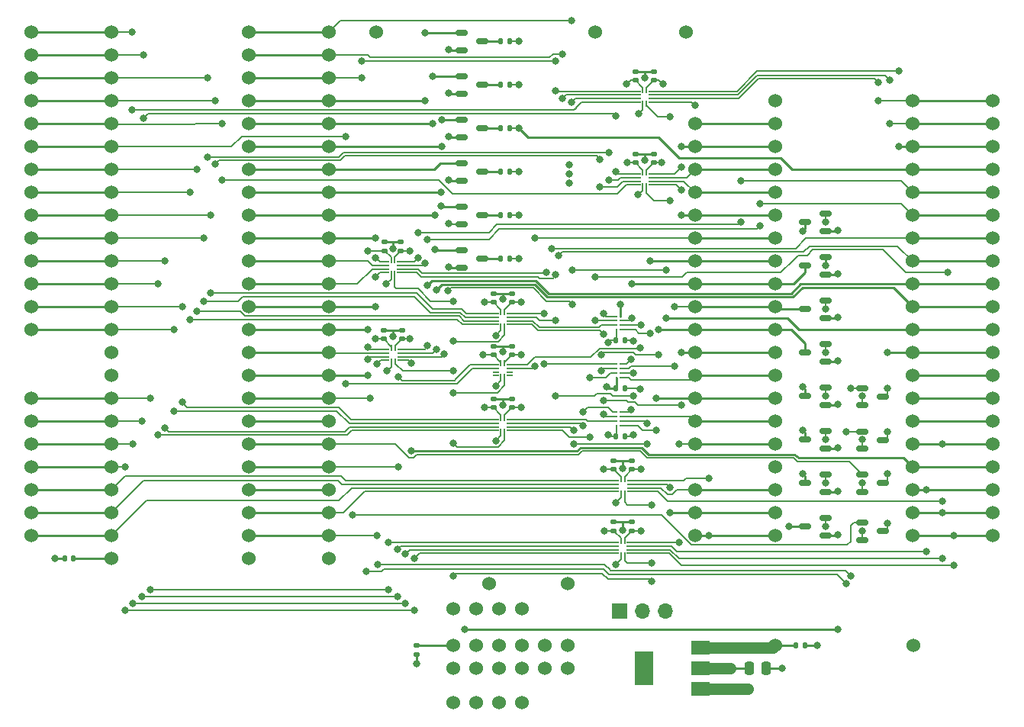
<source format=gbr>
%TF.GenerationSoftware,KiCad,Pcbnew,7.0.9*%
%TF.CreationDate,2024-08-31T17:15:55-06:00*%
%TF.ProjectId,Prototype1,50726f74-6f74-4797-9065-312e6b696361,rev?*%
%TF.SameCoordinates,Original*%
%TF.FileFunction,Copper,L1,Top*%
%TF.FilePolarity,Positive*%
%FSLAX46Y46*%
G04 Gerber Fmt 4.6, Leading zero omitted, Abs format (unit mm)*
G04 Created by KiCad (PCBNEW 7.0.9) date 2024-08-31 17:15:55*
%MOMM*%
%LPD*%
G01*
G04 APERTURE LIST*
G04 Aperture macros list*
%AMRoundRect*
0 Rectangle with rounded corners*
0 $1 Rounding radius*
0 $2 $3 $4 $5 $6 $7 $8 $9 X,Y pos of 4 corners*
0 Add a 4 corners polygon primitive as box body*
4,1,4,$2,$3,$4,$5,$6,$7,$8,$9,$2,$3,0*
0 Add four circle primitives for the rounded corners*
1,1,$1+$1,$2,$3*
1,1,$1+$1,$4,$5*
1,1,$1+$1,$6,$7*
1,1,$1+$1,$8,$9*
0 Add four rect primitives between the rounded corners*
20,1,$1+$1,$2,$3,$4,$5,0*
20,1,$1+$1,$4,$5,$6,$7,0*
20,1,$1+$1,$6,$7,$8,$9,0*
20,1,$1+$1,$8,$9,$2,$3,0*%
G04 Aperture macros list end*
%TA.AperFunction,SMDPad,CuDef*%
%ADD10RoundRect,0.140000X0.170000X-0.140000X0.170000X0.140000X-0.170000X0.140000X-0.170000X-0.140000X0*%
%TD*%
%TA.AperFunction,ComponentPad*%
%ADD11C,1.524000*%
%TD*%
%TA.AperFunction,SMDPad,CuDef*%
%ADD12RoundRect,0.150000X-0.512500X-0.150000X0.512500X-0.150000X0.512500X0.150000X-0.512500X0.150000X0*%
%TD*%
%TA.AperFunction,SMDPad,CuDef*%
%ADD13RoundRect,0.140000X0.140000X0.170000X-0.140000X0.170000X-0.140000X-0.170000X0.140000X-0.170000X0*%
%TD*%
%TA.AperFunction,SMDPad,CuDef*%
%ADD14RoundRect,0.135000X0.135000X0.185000X-0.135000X0.185000X-0.135000X-0.185000X0.135000X-0.185000X0*%
%TD*%
%TA.AperFunction,SMDPad,CuDef*%
%ADD15R,0.203200X0.660400*%
%TD*%
%TA.AperFunction,SMDPad,CuDef*%
%ADD16R,0.660400X0.203200*%
%TD*%
%TA.AperFunction,SMDPad,CuDef*%
%ADD17RoundRect,0.150000X0.512500X0.150000X-0.512500X0.150000X-0.512500X-0.150000X0.512500X-0.150000X0*%
%TD*%
%TA.AperFunction,SMDPad,CuDef*%
%ADD18RoundRect,0.250000X-0.250000X-0.475000X0.250000X-0.475000X0.250000X0.475000X-0.250000X0.475000X0*%
%TD*%
%TA.AperFunction,ComponentPad*%
%ADD19R,1.700000X1.700000*%
%TD*%
%TA.AperFunction,ComponentPad*%
%ADD20O,1.700000X1.700000*%
%TD*%
%TA.AperFunction,SMDPad,CuDef*%
%ADD21C,0.304800*%
%TD*%
%TA.AperFunction,SMDPad,CuDef*%
%ADD22RoundRect,0.140000X-0.140000X-0.170000X0.140000X-0.170000X0.140000X0.170000X-0.140000X0.170000X0*%
%TD*%
%TA.AperFunction,SMDPad,CuDef*%
%ADD23RoundRect,0.135000X-0.185000X0.135000X-0.185000X-0.135000X0.185000X-0.135000X0.185000X0.135000X0*%
%TD*%
%TA.AperFunction,SMDPad,CuDef*%
%ADD24R,2.000000X3.800000*%
%TD*%
%TA.AperFunction,SMDPad,CuDef*%
%ADD25R,2.000000X1.500000*%
%TD*%
%TA.AperFunction,ViaPad*%
%ADD26C,0.800000*%
%TD*%
%TA.AperFunction,Conductor*%
%ADD27C,0.200000*%
%TD*%
%TA.AperFunction,Conductor*%
%ADD28C,0.250000*%
%TD*%
%TA.AperFunction,Conductor*%
%ADD29C,0.254000*%
%TD*%
%TA.AperFunction,Conductor*%
%ADD30C,1.270000*%
%TD*%
G04 APERTURE END LIST*
D10*
%TO.P,C16,1*%
%TO.N,+5V*%
X174498000Y-60198000D03*
%TO.P,C16,2*%
%TO.N,GND*%
X174498000Y-59238000D03*
%TD*%
D11*
%TO.P,TP71,1,1*%
%TO.N,_A2*%
X138430000Y-73660000D03*
%TD*%
D10*
%TO.P,C7,1*%
%TO.N,+3.3V*%
X156718000Y-81534000D03*
%TO.P,C7,2*%
%TO.N,GND*%
X156718000Y-80574000D03*
%TD*%
D12*
%TO.P,Q4,1,G*%
%TO.N,_AUDIO3*%
X153173000Y-60264000D03*
%TO.P,Q4,2,S*%
%TO.N,GND*%
X153173000Y-62164000D03*
%TO.P,Q4,3,D*%
%TO.N,Net-(Q4-D)*%
X155448000Y-61214000D03*
%TD*%
D13*
%TO.P,C17,1*%
%TO.N,+5V*%
X110109000Y-104140000D03*
%TO.P,C17,2*%
%TO.N,GND*%
X109149000Y-104140000D03*
%TD*%
D11*
%TO.P,TP12,1,1*%
%TO.N,P3*%
X179070000Y-83820000D03*
%TD*%
%TO.P,TP93,1,1*%
%TO.N,Net-(J3-JA8)*%
X154813000Y-109728000D03*
%TD*%
D14*
%TO.P,R1,1*%
%TO.N,AUDIO*%
X158496000Y-46736000D03*
%TO.P,R1,2*%
%TO.N,Net-(Q1-D)*%
X157476000Y-46736000D03*
%TD*%
D11*
%TO.P,TP65,1,1*%
%TO.N,_SOD*%
X138430000Y-88900000D03*
%TD*%
%TO.P,TP54,1,1*%
%TO.N,_~{K0}*%
X105410000Y-88900000D03*
%TD*%
D15*
%TO.P,U10,1,VCCB*%
%TO.N,+5V*%
X157921300Y-76787299D03*
%TO.P,U10,2,VCCA*%
%TO.N,+3.3V*%
X157521300Y-76787299D03*
D16*
%TO.P,U10,3,A0*%
%TO.N,_P4*%
X156946600Y-76962000D03*
%TO.P,U10,4,A1*%
%TO.N,_P5*%
X156946600Y-77361999D03*
%TO.P,U10,5,A2*%
%TO.N,_P6*%
X156946600Y-77761999D03*
%TO.P,U10,6,A3*%
%TO.N,_P7*%
X156946600Y-78161998D03*
D15*
%TO.P,U10,7,GND*%
%TO.N,GND*%
X157521300Y-78336699D03*
%TO.P,U10,8,OE*%
%TO.N,OE*%
X157921300Y-78336699D03*
D16*
%TO.P,U10,9,B3*%
%TO.N,Net-(U10-B3)*%
X158496000Y-78161998D03*
%TO.P,U10,10,B2*%
%TO.N,Net-(U10-B2)*%
X158496000Y-77761999D03*
%TO.P,U10,11,B1*%
%TO.N,Net-(U10-B1)*%
X158496000Y-77361999D03*
%TO.P,U10,12,B0*%
%TO.N,Net-(U10-B0)*%
X158496000Y-76962000D03*
%TD*%
D10*
%TO.P,C11,1*%
%TO.N,+3.3V*%
X156718000Y-87376000D03*
%TO.P,C11,2*%
%TO.N,GND*%
X156718000Y-86416000D03*
%TD*%
D11*
%TO.P,TP51,1,1*%
%TO.N,_P0*%
X105410000Y-76200000D03*
%TD*%
%TO.P,TP68,1,1*%
%TO.N,_CS1*%
X138430000Y-81280000D03*
%TD*%
D17*
%TO.P,Q13,1,G*%
%TO.N,_DUMP*%
X193537000Y-67752000D03*
%TO.P,Q13,2,S*%
%TO.N,GND*%
X193537000Y-65852000D03*
%TO.P,Q13,3,D*%
%TO.N,P6*%
X191262000Y-66802000D03*
%TD*%
D11*
%TO.P,TP50,1,1*%
%TO.N,_P3*%
X105410000Y-73660000D03*
%TD*%
D18*
%TO.P,C24,1*%
%TO.N,3V3_B*%
X185044000Y-116332000D03*
%TO.P,C24,2*%
%TO.N,GND*%
X186944000Y-116332000D03*
%TD*%
D11*
%TO.P,TP63,1,1*%
%TO.N,_BCLKI*%
X138430000Y-93980000D03*
%TD*%
%TO.P,TP84,1,1*%
%TO.N,GND*%
X143665000Y-45720000D03*
%TD*%
%TO.P,TP48,1,1*%
%TO.N,_P5*%
X105410000Y-68580000D03*
%TD*%
%TO.P,TP69,1,1*%
%TO.N,_R{slash}W*%
X138430000Y-78740000D03*
%TD*%
%TO.P,TP7,1,1*%
%TO.N,P6*%
X179070000Y-71120000D03*
%TD*%
%TO.P,TP66,1,1*%
%TO.N,_~{IRQ}*%
X138430000Y-86360000D03*
%TD*%
D12*
%TO.P,Q5,1,G*%
%TO.N,_AUDIO4*%
X153173000Y-65090000D03*
%TO.P,Q5,2,S*%
%TO.N,GND*%
X153173000Y-66990000D03*
%TO.P,Q5,3,D*%
%TO.N,Net-(Q5-D)*%
X155448000Y-66040000D03*
%TD*%
D14*
%TO.P,R2,1*%
%TO.N,AUDIO*%
X158496000Y-51562000D03*
%TO.P,R2,2*%
%TO.N,Net-(Q2-D)*%
X157476000Y-51562000D03*
%TD*%
D17*
%TO.P,Q14,1,G*%
%TO.N,_DUMP*%
X193537000Y-72578000D03*
%TO.P,Q14,2,S*%
%TO.N,GND*%
X193537000Y-70678000D03*
%TO.P,Q14,3,D*%
%TO.N,P7*%
X191262000Y-71628000D03*
%TD*%
D15*
%TO.P,U2,1,VCCB*%
%TO.N,+5V*%
X173669300Y-61274300D03*
%TO.P,U2,2,VCCA*%
%TO.N,+3.3V*%
X173269300Y-61274300D03*
D16*
%TO.P,U2,3,A0*%
%TO.N,_D4*%
X172694600Y-61449001D03*
%TO.P,U2,4,A1*%
%TO.N,_D5*%
X172694600Y-61849000D03*
%TO.P,U2,5,A2*%
%TO.N,_D6*%
X172694600Y-62249000D03*
%TO.P,U2,6,A3*%
%TO.N,_D7*%
X172694600Y-62648999D03*
D15*
%TO.P,U2,7,GND*%
%TO.N,GND*%
X173269300Y-62823700D03*
%TO.P,U2,8,OE*%
%TO.N,OE*%
X173669300Y-62823700D03*
D16*
%TO.P,U2,9,B3*%
%TO.N,D7*%
X174244000Y-62648999D03*
%TO.P,U2,10,B2*%
%TO.N,D6*%
X174244000Y-62249000D03*
%TO.P,U2,11,B1*%
%TO.N,D5*%
X174244000Y-61849000D03*
%TO.P,U2,12,B0*%
%TO.N,D4*%
X174244000Y-61449001D03*
%TD*%
D11*
%TO.P,TP17,1,1*%
%TO.N,~{K4}*%
X179070000Y-99060000D03*
%TD*%
%TO.P,TP42,1,1*%
%TO.N,_D6*%
X105410000Y-53340000D03*
%TD*%
D10*
%TO.P,C22,1*%
%TO.N,+3.3V*%
X172466000Y-51054000D03*
%TO.P,C22,2*%
%TO.N,GND*%
X172466000Y-50094000D03*
%TD*%
D19*
%TO.P,J1,1,Pin_1*%
%TO.N,3V3_A*%
X170688000Y-109982000D03*
D20*
%TO.P,J1,2,Pin_2*%
%TO.N,+3.3V*%
X173228000Y-109982000D03*
%TO.P,J1,3,Pin_3*%
%TO.N,3V3_B*%
X175768000Y-109982000D03*
%TD*%
D11*
%TO.P,TP31,1,1*%
%TO.N,SOD*%
X212090000Y-83820000D03*
%TD*%
D17*
%TO.P,Q8,1,G*%
%TO.N,_DUMP*%
X193537000Y-101534000D03*
%TO.P,Q8,2,S*%
%TO.N,GND*%
X193537000Y-99634000D03*
%TO.P,Q8,3,D*%
%TO.N,P1*%
X191262000Y-100584000D03*
%TD*%
D11*
%TO.P,TP82,1,1*%
%TO.N,_D2*%
X138430000Y-45720000D03*
%TD*%
%TO.P,TP43,1,1*%
%TO.N,_D7*%
X105410000Y-55880000D03*
%TD*%
%TO.P,TP74,1,1*%
%TO.N,_AUDIO5*%
X138430000Y-66040000D03*
%TD*%
D17*
%TO.P,Q7,1,G*%
%TO.N,_DUMP*%
X193537000Y-87056000D03*
%TO.P,Q7,2,S*%
%TO.N,GND*%
X193537000Y-85156000D03*
%TO.P,Q7,3,D*%
%TO.N,P2*%
X191262000Y-86106000D03*
%TD*%
D11*
%TO.P,TP5,1,1*%
%TO.N,D7*%
X179070000Y-66040000D03*
%TD*%
%TO.P,TP87,1,1*%
%TO.N,+5V*%
X178054000Y-45720000D03*
%TD*%
%TO.P,TP21,1,1*%
%TO.N,D0*%
X212090000Y-58420000D03*
%TD*%
%TO.P,TP11,1,1*%
%TO.N,P2*%
X179070000Y-81280000D03*
%TD*%
D10*
%TO.P,C9,1*%
%TO.N,+3.3V*%
X172466000Y-60198000D03*
%TO.P,C9,2*%
%TO.N,GND*%
X172466000Y-59238000D03*
%TD*%
D11*
%TO.P,TP15,1,1*%
%TO.N,~{KR2}*%
X179070000Y-91440000D03*
%TD*%
D21*
%TO.P,U11,D2,2Y*%
%TO.N,Net-(U10-B3)*%
X170315000Y-77240000D03*
%TO.P,U11,D1,GND*%
%TO.N,GND*%
X170815000Y-77240000D03*
%TO.P,U11,C2,3A*%
%TO.N,BCLK*%
X170315000Y-77740000D03*
%TO.P,U11,C1,2A*%
%TO.N,P7*%
X170815000Y-77740000D03*
%TO.P,U11,B2,1Y*%
%TO.N,Net-(U10-B2)*%
X170315000Y-78240000D03*
%TO.P,U11,B1,3Y*%
%TO.N,Net-(U11-3Y)*%
X170815000Y-78240000D03*
%TO.P,U11,A2,VCC*%
%TO.N,+5V*%
X170315000Y-78740000D03*
%TO.P,U11,A1,1A*%
%TO.N,P6*%
X170815000Y-78740000D03*
%TD*%
D11*
%TO.P,TP16,1,1*%
%TO.N,~{K5}*%
X179070000Y-96520000D03*
%TD*%
D22*
%TO.P,C23,1*%
%TO.N,+5V*%
X190274000Y-113792000D03*
%TO.P,C23,2*%
%TO.N,GND*%
X191234000Y-113792000D03*
%TD*%
D17*
%TO.P,Q10,1,G*%
%TO.N,_DUMP*%
X193537000Y-91882000D03*
%TO.P,Q10,2,S*%
%TO.N,GND*%
X193537000Y-89982000D03*
%TO.P,Q10,3,D*%
%TO.N,P3*%
X191262000Y-90932000D03*
%TD*%
D11*
%TO.P,TP10,1,1*%
%TO.N,P5*%
X179070000Y-78740000D03*
%TD*%
%TO.P,TP4,1,1*%
%TO.N,D6*%
X179070000Y-63500000D03*
%TD*%
D15*
%TO.P,U12,1,VCCB*%
%TO.N,+5V*%
X157921300Y-82445301D03*
%TO.P,U12,2,VCCA*%
%TO.N,+3.3V*%
X157521300Y-82445301D03*
D16*
%TO.P,U12,3,A0*%
%TO.N,_BCLKI*%
X156946600Y-82620002D03*
%TO.P,U12,4,A1*%
%TO.N,_PHI2*%
X156946600Y-83020001D03*
%TO.P,U12,5,A2*%
%TO.N,unconnected-(U12-A2-Pad5)*%
X156946600Y-83420001D03*
%TO.P,U12,6,A3*%
%TO.N,unconnected-(U12-A3-Pad6)*%
X156946600Y-83820000D03*
D15*
%TO.P,U12,7,GND*%
%TO.N,GND*%
X157521300Y-83994701D03*
%TO.P,U12,8,OE*%
%TO.N,OE*%
X157921300Y-83994701D03*
D16*
%TO.P,U12,9,B3*%
%TO.N,unconnected-(U12-B3-Pad9)*%
X158496000Y-83820000D03*
%TO.P,U12,10,B2*%
%TO.N,unconnected-(U12-B2-Pad10)*%
X158496000Y-83420001D03*
%TO.P,U12,11,B1*%
%TO.N,PHI2*%
X158496000Y-83020001D03*
%TO.P,U12,12,B0*%
%TO.N,Net-(U11-3Y)*%
X158496000Y-82620002D03*
%TD*%
D22*
%TO.P,C20,1*%
%TO.N,+5V*%
X170307000Y-85217000D03*
%TO.P,C20,2*%
%TO.N,GND*%
X171267000Y-85217000D03*
%TD*%
D11*
%TO.P,TP58,1,1*%
%TO.N,_~{K4}*%
X105410000Y-99060000D03*
%TD*%
D10*
%TO.P,C14,1*%
%TO.N,+5V*%
X158750000Y-81534000D03*
%TO.P,C14,2*%
%TO.N,GND*%
X158750000Y-80574000D03*
%TD*%
D11*
%TO.P,TP1,1,1*%
%TO.N,D3*%
X179070000Y-55880000D03*
%TD*%
D15*
%TO.P,U6,1,VCCB*%
%TO.N,+5V*%
X145796000Y-80746600D03*
%TO.P,U6,2,VCCA*%
%TO.N,+3.3V*%
X145396000Y-80746600D03*
D16*
%TO.P,U6,3,A0*%
%TO.N,_R{slash}W*%
X144821300Y-80921301D03*
%TO.P,U6,4,A1*%
%TO.N,_CS1*%
X144821300Y-81321300D03*
%TO.P,U6,5,A2*%
%TO.N,_~{CS0}*%
X144821300Y-81721300D03*
%TO.P,U6,6,A3*%
%TO.N,_SID*%
X144821300Y-82121299D03*
D15*
%TO.P,U6,7,GND*%
%TO.N,GND*%
X145396000Y-82296000D03*
%TO.P,U6,8,OE*%
%TO.N,OE*%
X145796000Y-82296000D03*
D16*
%TO.P,U6,9,B3*%
%TO.N,SID*%
X146370700Y-82121299D03*
%TO.P,U6,10,B2*%
%TO.N,~{CS0}*%
X146370700Y-81721300D03*
%TO.P,U6,11,B1*%
%TO.N,CS1*%
X146370700Y-81321300D03*
%TO.P,U6,12,B0*%
%TO.N,R{slash}W*%
X146370700Y-80921301D03*
%TD*%
D12*
%TO.P,Q16,1,G*%
%TO.N,_OCLK*%
X197623000Y-94808000D03*
%TO.P,Q16,2,S*%
%TO.N,GND*%
X197623000Y-96708000D03*
%TO.P,Q16,3,D*%
%TO.N,OCLK*%
X199898000Y-95758000D03*
%TD*%
D15*
%TO.P,U1,1,VCCB*%
%TO.N,+5V*%
X173669300Y-52092301D03*
%TO.P,U1,2,VCCA*%
%TO.N,+3.3V*%
X173269300Y-52092301D03*
D16*
%TO.P,U1,3,A0*%
%TO.N,_D0*%
X172694600Y-52267002D03*
%TO.P,U1,4,A1*%
%TO.N,_D1*%
X172694600Y-52667001D03*
%TO.P,U1,5,A2*%
%TO.N,_D2*%
X172694600Y-53067001D03*
%TO.P,U1,6,A3*%
%TO.N,_D3*%
X172694600Y-53467000D03*
D15*
%TO.P,U1,7,GND*%
%TO.N,GND*%
X173269300Y-53641701D03*
%TO.P,U1,8,OE*%
%TO.N,OE*%
X173669300Y-53641701D03*
D16*
%TO.P,U1,9,B3*%
%TO.N,D3*%
X174244000Y-53467000D03*
%TO.P,U1,10,B2*%
%TO.N,D2*%
X174244000Y-53067001D03*
%TO.P,U1,11,B1*%
%TO.N,D1*%
X174244000Y-52667001D03*
%TO.P,U1,12,B0*%
%TO.N,D0*%
X174244000Y-52267002D03*
%TD*%
D11*
%TO.P,TP27,1,1*%
%TO.N,R{slash}W*%
X212090000Y-73660000D03*
%TD*%
%TO.P,TP24,1,1*%
%TO.N,A1*%
X212090000Y-66040000D03*
%TD*%
%TO.P,TP70,1,1*%
%TO.N,_A3*%
X138430000Y-76200000D03*
%TD*%
D23*
%TO.P,R7,1*%
%TO.N,OE*%
X148209000Y-113788000D03*
%TO.P,R7,2*%
%TO.N,GND*%
X148209000Y-114808000D03*
%TD*%
D14*
%TO.P,R4,1*%
%TO.N,AUDIO*%
X158500000Y-61214000D03*
%TO.P,R4,2*%
%TO.N,Net-(Q4-D)*%
X157480000Y-61214000D03*
%TD*%
D11*
%TO.P,TP86,1,1*%
%TO.N,GND*%
X203327000Y-113792000D03*
%TD*%
%TO.P,TP92,1,1*%
%TO.N,Net-(J3-JA9)*%
X157353000Y-109728000D03*
%TD*%
%TO.P,TP9,1,1*%
%TO.N,P4*%
X179070000Y-76200000D03*
%TD*%
%TO.P,TP14,1,1*%
%TO.N,P1*%
X179070000Y-88900000D03*
%TD*%
%TO.P,TP20,1,1*%
%TO.N,D1*%
X212090000Y-55880000D03*
%TD*%
D14*
%TO.P,R3,1*%
%TO.N,AUDIO*%
X158500000Y-56388000D03*
%TO.P,R3,2*%
%TO.N,Net-(Q3-D)*%
X157480000Y-56388000D03*
%TD*%
D11*
%TO.P,TP40,1,1*%
%TO.N,_D4*%
X105410000Y-48260000D03*
%TD*%
%TO.P,TP33,1,1*%
%TO.N,BCLK*%
X212090000Y-88900000D03*
%TD*%
%TO.P,TP46,1,1*%
%TO.N,_P7*%
X105410000Y-63500000D03*
%TD*%
%TO.P,TP36,1,1*%
%TO.N,~{K0}*%
X212090000Y-96520000D03*
%TD*%
%TO.P,TP56,1,1*%
%TO.N,_~{K2}*%
X105410000Y-93980000D03*
%TD*%
%TO.P,TP53,1,1*%
%TO.N,_~{KR2}*%
X105410000Y-86360000D03*
%TD*%
D10*
%TO.P,C10,1*%
%TO.N,+5V*%
X174498000Y-51054000D03*
%TO.P,C10,2*%
%TO.N,GND*%
X174498000Y-50094000D03*
%TD*%
%TO.P,C13,1*%
%TO.N,+5V*%
X158750000Y-75692000D03*
%TO.P,C13,2*%
%TO.N,GND*%
X158750000Y-74732000D03*
%TD*%
D11*
%TO.P,TP59,1,1*%
%TO.N,_~{K5}*%
X105410000Y-101600000D03*
%TD*%
D10*
%TO.P,C2,1*%
%TO.N,+5V*%
X172085000Y-101036000D03*
%TO.P,C2,2*%
%TO.N,GND*%
X172085000Y-100076000D03*
%TD*%
D11*
%TO.P,TP18,1,1*%
%TO.N,~{K3}*%
X179070000Y-101600000D03*
%TD*%
%TO.P,TP8,1,1*%
%TO.N,P7*%
X179070000Y-73660000D03*
%TD*%
D21*
%TO.P,U9,D2,2Y*%
%TO.N,Net-(U10-B0)*%
X170315000Y-82550000D03*
%TO.P,U9,D1,GND*%
%TO.N,GND*%
X170815000Y-82550000D03*
%TO.P,U9,C2,3A*%
%TO.N,P5*%
X170315000Y-83050000D03*
%TO.P,U9,C1,2A*%
%TO.N,P4*%
X170815000Y-83050000D03*
%TO.P,U9,B2,1Y*%
%TO.N,Net-(U8-B3)*%
X170315000Y-83550000D03*
%TO.P,U9,B1,3Y*%
%TO.N,Net-(U10-B1)*%
X170815000Y-83550000D03*
%TO.P,U9,A2,VCC*%
%TO.N,+5V*%
X170315000Y-84050000D03*
%TO.P,U9,A1,1A*%
%TO.N,P3*%
X170815000Y-84050000D03*
%TD*%
D10*
%TO.P,C15,1*%
%TO.N,+3.3V*%
X144526000Y-79756000D03*
%TO.P,C15,2*%
%TO.N,GND*%
X144526000Y-78796000D03*
%TD*%
D11*
%TO.P,TP28,1,1*%
%TO.N,CS1*%
X212090000Y-76200000D03*
%TD*%
%TO.P,TP23,1,1*%
%TO.N,A0*%
X212090000Y-63500000D03*
%TD*%
D10*
%TO.P,C12,1*%
%TO.N,+5V*%
X158750000Y-87376000D03*
%TO.P,C12,2*%
%TO.N,GND*%
X158750000Y-86416000D03*
%TD*%
%TO.P,C4,1*%
%TO.N,+5V*%
X172085000Y-94234000D03*
%TO.P,C4,2*%
%TO.N,GND*%
X172085000Y-93274000D03*
%TD*%
%TO.P,C8,1*%
%TO.N,+5V*%
X146558000Y-79756000D03*
%TO.P,C8,2*%
%TO.N,GND*%
X146558000Y-78796000D03*
%TD*%
%TO.P,C1,1*%
%TO.N,+3.3V*%
X170053000Y-101036000D03*
%TO.P,C1,2*%
%TO.N,GND*%
X170053000Y-100076000D03*
%TD*%
D11*
%TO.P,TP49,1,1*%
%TO.N,_P2*%
X105410000Y-71120000D03*
%TD*%
D15*
%TO.P,U8,1,VCCB*%
%TO.N,+5V*%
X157921300Y-88541301D03*
%TO.P,U8,2,VCCA*%
%TO.N,+3.3V*%
X157521300Y-88541301D03*
D16*
%TO.P,U8,3,A0*%
%TO.N,_P0*%
X156946600Y-88716002D03*
%TO.P,U8,4,A1*%
%TO.N,_P1*%
X156946600Y-89116001D03*
%TO.P,U8,5,A2*%
%TO.N,_P2*%
X156946600Y-89516001D03*
%TO.P,U8,6,A3*%
%TO.N,_P3*%
X156946600Y-89916000D03*
D15*
%TO.P,U8,7,GND*%
%TO.N,GND*%
X157521300Y-90090701D03*
%TO.P,U8,8,OE*%
%TO.N,OE*%
X157921300Y-90090701D03*
D16*
%TO.P,U8,9,B3*%
%TO.N,Net-(U8-B3)*%
X158496000Y-89916000D03*
%TO.P,U8,10,B2*%
%TO.N,Net-(U7-3Y)*%
X158496000Y-89516001D03*
%TO.P,U8,11,B1*%
%TO.N,Net-(U7-2Y)*%
X158496000Y-89116001D03*
%TO.P,U8,12,B0*%
%TO.N,Net-(U7-1Y)*%
X158496000Y-88716002D03*
%TD*%
D11*
%TO.P,TP19,1,1*%
%TO.N,D2*%
X212090000Y-53340000D03*
%TD*%
%TO.P,TP83,1,1*%
%TO.N,GND*%
X138430000Y-104140000D03*
%TD*%
D12*
%TO.P,Q3,1,G*%
%TO.N,_AUDIO2*%
X153173000Y-55438000D03*
%TO.P,Q3,2,S*%
%TO.N,GND*%
X153173000Y-57338000D03*
%TO.P,Q3,3,D*%
%TO.N,Net-(Q3-D)*%
X155448000Y-56388000D03*
%TD*%
D11*
%TO.P,TP60,1,1*%
%TO.N,_SID*%
X138430000Y-101600000D03*
%TD*%
%TO.P,TP41,1,1*%
%TO.N,_D5*%
X105410000Y-50800000D03*
%TD*%
%TO.P,TP55,1,1*%
%TO.N,_~{K1}*%
X105410000Y-91440000D03*
%TD*%
%TO.P,TP39,1,1*%
%TO.N,_D3*%
X105410000Y-45720000D03*
%TD*%
%TO.P,TP61,1,1*%
%TO.N,_~{KR1}*%
X138430000Y-99060000D03*
%TD*%
D10*
%TO.P,C19,1*%
%TO.N,+3.3V*%
X156718000Y-75692000D03*
%TO.P,C19,2*%
%TO.N,GND*%
X156718000Y-74732000D03*
%TD*%
D14*
%TO.P,R6,1*%
%TO.N,AUDIO*%
X158500000Y-70866000D03*
%TO.P,R6,2*%
%TO.N,Net-(Q6-D)*%
X157480000Y-70866000D03*
%TD*%
D11*
%TO.P,TP26,1,1*%
%TO.N,A3*%
X212090000Y-71120000D03*
%TD*%
%TO.P,TP30,1,1*%
%TO.N,~{IRQ}*%
X212090000Y-81280000D03*
%TD*%
D22*
%TO.P,C18,1*%
%TO.N,+5V*%
X170307000Y-79883000D03*
%TO.P,C18,2*%
%TO.N,GND*%
X171267000Y-79883000D03*
%TD*%
D11*
%TO.P,TP90,1,1*%
%TO.N,+3.3V*%
X164973000Y-106934000D03*
%TD*%
%TO.P,TP72,1,1*%
%TO.N,_A1*%
X138430000Y-71120000D03*
%TD*%
D12*
%TO.P,Q17,1,G*%
%TO.N,_~{IRQ}*%
X197623000Y-85222000D03*
%TO.P,Q17,2,S*%
%TO.N,GND*%
X197623000Y-87122000D03*
%TO.P,Q17,3,D*%
%TO.N,~{IRQ}*%
X199898000Y-86172000D03*
%TD*%
D17*
%TO.P,Q9,1,G*%
%TO.N,_DUMP*%
X193537000Y-96708000D03*
%TO.P,Q9,2,S*%
%TO.N,GND*%
X193537000Y-94808000D03*
%TO.P,Q9,3,D*%
%TO.N,P0*%
X191262000Y-95758000D03*
%TD*%
D14*
%TO.P,R5,1*%
%TO.N,AUDIO*%
X158500000Y-66040000D03*
%TO.P,R5,2*%
%TO.N,Net-(Q5-D)*%
X157480000Y-66040000D03*
%TD*%
D11*
%TO.P,TP98,1,1*%
%TO.N,OE*%
X152273000Y-109728000D03*
%TD*%
%TO.P,TP95,1,1*%
%TO.N,Net-(J3-JA3)*%
X157353000Y-120142000D03*
%TD*%
%TO.P,TP62,1,1*%
%TO.N,_BCLKO*%
X138430000Y-96520000D03*
%TD*%
%TO.P,TP29,1,1*%
%TO.N,~{CS0}*%
X212090000Y-78740000D03*
%TD*%
D17*
%TO.P,Q12,1,G*%
%TO.N,_DUMP*%
X193537000Y-82230000D03*
%TO.P,Q12,2,S*%
%TO.N,GND*%
X193537000Y-80330000D03*
%TO.P,Q12,3,D*%
%TO.N,P5*%
X191262000Y-81280000D03*
%TD*%
D15*
%TO.P,U3,1,VCCB*%
%TO.N,+5V*%
X171256300Y-102187299D03*
%TO.P,U3,2,VCCA*%
%TO.N,+3.3V*%
X170856300Y-102187299D03*
D16*
%TO.P,U3,3,A0*%
%TO.N,_~{KR2}*%
X170281600Y-102362000D03*
%TO.P,U3,4,A1*%
%TO.N,_~{K0}*%
X170281600Y-102761999D03*
%TO.P,U3,5,A2*%
%TO.N,_~{K1}*%
X170281600Y-103161999D03*
%TO.P,U3,6,A3*%
%TO.N,_~{K2}*%
X170281600Y-103561998D03*
D15*
%TO.P,U3,7,GND*%
%TO.N,GND*%
X170856300Y-103736699D03*
%TO.P,U3,8,OE*%
%TO.N,OE*%
X171256300Y-103736699D03*
D16*
%TO.P,U3,9,B3*%
%TO.N,~{K2}*%
X171831000Y-103561998D03*
%TO.P,U3,10,B2*%
%TO.N,~{K1}*%
X171831000Y-103161999D03*
%TO.P,U3,11,B1*%
%TO.N,~{K0}*%
X171831000Y-102761999D03*
%TO.P,U3,12,B0*%
%TO.N,~{KR2}*%
X171831000Y-102362000D03*
%TD*%
D11*
%TO.P,TP3,1,1*%
%TO.N,D5*%
X179070000Y-60960000D03*
%TD*%
%TO.P,TP2,1,1*%
%TO.N,D4*%
X179070000Y-58420000D03*
%TD*%
%TO.P,TP76,1,1*%
%TO.N,_AUDIO3*%
X138430000Y-60960000D03*
%TD*%
D12*
%TO.P,Q1,1,G*%
%TO.N,_AUDIO0*%
X153173000Y-45786000D03*
%TO.P,Q1,2,S*%
%TO.N,GND*%
X153173000Y-47686000D03*
%TO.P,Q1,3,D*%
%TO.N,Net-(Q1-D)*%
X155448000Y-46736000D03*
%TD*%
D11*
%TO.P,TP94,1,1*%
%TO.N,Net-(J3-JA2)*%
X154813000Y-120142000D03*
%TD*%
%TO.P,TP91,1,1*%
%TO.N,Net-(J3-JA10)*%
X159893000Y-109728000D03*
%TD*%
%TO.P,TP37,1,1*%
%TO.N,~{K1}*%
X212090000Y-99060000D03*
%TD*%
%TO.P,TP47,1,1*%
%TO.N,_P4*%
X105410000Y-66040000D03*
%TD*%
%TO.P,J4,1,GND*%
%TO.N,GND*%
X187960000Y-53340000D03*
%TO.P,J4,2,D3*%
%TO.N,D3*%
X187960000Y-55880000D03*
%TO.P,J4,3,D4*%
%TO.N,D4*%
X187960000Y-58420000D03*
%TO.P,J4,4,D5*%
%TO.N,D5*%
X187960000Y-60960000D03*
%TO.P,J4,5,D6*%
%TO.N,D6*%
X187960000Y-63500000D03*
%TO.P,J4,6,D7*%
%TO.N,D7*%
X187960000Y-66040000D03*
%TO.P,J4,7,PHI2*%
%TO.N,PHI2*%
X187960000Y-68580000D03*
%TO.P,J4,8,P6*%
%TO.N,P6*%
X187960000Y-71120000D03*
%TO.P,J4,9,P7*%
%TO.N,P7*%
X187960000Y-73660000D03*
%TO.P,J4,10,P4*%
%TO.N,P4*%
X187960000Y-76200000D03*
%TO.P,J4,11,P5*%
%TO.N,P5*%
X187960000Y-78740000D03*
%TO.P,J4,12,P2*%
%TO.N,P2*%
X187960000Y-81280000D03*
%TO.P,J4,13,P3*%
%TO.N,P3*%
X187960000Y-83820000D03*
%TO.P,J4,14,P0*%
%TO.N,P0*%
X187960000Y-86360000D03*
%TO.P,J4,15,P1*%
%TO.N,P1*%
X187960000Y-88900000D03*
%TO.P,J4,16,~{KR2}*%
%TO.N,~{KR2}*%
X187960000Y-91440000D03*
%TO.P,J4,17,+5V*%
%TO.N,+5V*%
X187960000Y-93980000D03*
%TO.P,J4,18,~{K5}*%
%TO.N,~{K5}*%
X187960000Y-96520000D03*
%TO.P,J4,19,~{K4}*%
%TO.N,~{K4}*%
X187960000Y-99060000D03*
%TO.P,J4,20,~{K3}*%
%TO.N,~{K3}*%
X187960000Y-101600000D03*
%TO.P,J4,21,~{K2}*%
%TO.N,~{K2}*%
X203200000Y-101600000D03*
%TO.P,J4,22,~{K1}*%
%TO.N,~{K1}*%
X203200000Y-99060000D03*
%TO.P,J4,23,~{K0}*%
%TO.N,~{K0}*%
X203200000Y-96520000D03*
%TO.P,J4,24,SID*%
%TO.N,SID*%
X203200000Y-93980000D03*
%TO.P,J4,25,~{KR1}*%
%TO.N,~{KR1}*%
X203200000Y-91440000D03*
%TO.P,J4,26,BCLK*%
%TO.N,BCLK*%
X203200000Y-88900000D03*
%TO.P,J4,27,OCLK*%
%TO.N,OCLK*%
X203200000Y-86360000D03*
%TO.P,J4,28,SOD*%
%TO.N,SOD*%
X203200000Y-83820000D03*
%TO.P,J4,29,~{IRQ}*%
%TO.N,~{IRQ}*%
X203200000Y-81280000D03*
%TO.P,J4,30,~{CS0}*%
%TO.N,~{CS0}*%
X203200000Y-78740000D03*
%TO.P,J4,31,CS1*%
%TO.N,CS1*%
X203200000Y-76200000D03*
%TO.P,J4,32,R/W*%
%TO.N,R{slash}W*%
X203200000Y-73660000D03*
%TO.P,J4,33,A3*%
%TO.N,A3*%
X203200000Y-71120000D03*
%TO.P,J4,34,A2*%
%TO.N,A2*%
X203200000Y-68580000D03*
%TO.P,J4,35,A1*%
%TO.N,A1*%
X203200000Y-66040000D03*
%TO.P,J4,36,A0*%
%TO.N,A0*%
X203200000Y-63500000D03*
%TO.P,J4,37,AUDIO*%
%TO.N,AUDIO*%
X203200000Y-60960000D03*
%TO.P,J4,38,D0*%
%TO.N,D0*%
X203200000Y-58420000D03*
%TO.P,J4,39,D1*%
%TO.N,D1*%
X203200000Y-55880000D03*
%TO.P,J4,40,D2*%
%TO.N,D2*%
X203200000Y-53340000D03*
%TD*%
%TO.P,TP38,1,1*%
%TO.N,~{K2}*%
X212090000Y-101600000D03*
%TD*%
%TO.P,TP79,1,1*%
%TO.N,_AUDIO0*%
X138430000Y-53340000D03*
%TD*%
D12*
%TO.P,Q6,1,G*%
%TO.N,_AUDIO5*%
X153173000Y-69916000D03*
%TO.P,Q6,2,S*%
%TO.N,GND*%
X153173000Y-71816000D03*
%TO.P,Q6,3,D*%
%TO.N,Net-(Q6-D)*%
X155448000Y-70866000D03*
%TD*%
%TO.P,Q2,1,G*%
%TO.N,_AUDIO1*%
X153173000Y-50612000D03*
%TO.P,Q2,2,S*%
%TO.N,GND*%
X153173000Y-52512000D03*
%TO.P,Q2,3,D*%
%TO.N,Net-(Q2-D)*%
X155448000Y-51562000D03*
%TD*%
D11*
%TO.P,TP78,1,1*%
%TO.N,_AUDIO1*%
X138430000Y-55880000D03*
%TD*%
%TO.P,TP80,1,1*%
%TO.N,_D0*%
X138430000Y-50800000D03*
%TD*%
D24*
%TO.P,U13,*%
%TO.N,*%
X173380000Y-116332000D03*
D25*
%TO.P,U13,1,GND*%
%TO.N,GND*%
X179680000Y-118632000D03*
%TO.P,U13,2,VO*%
%TO.N,3V3_B*%
X179680000Y-116332000D03*
%TO.P,U13,3,VI*%
%TO.N,+5V*%
X179680000Y-114032000D03*
%TD*%
D22*
%TO.P,C21,1*%
%TO.N,+5V*%
X170307000Y-90551000D03*
%TO.P,C21,2*%
%TO.N,GND*%
X171267000Y-90551000D03*
%TD*%
D11*
%TO.P,J3,1,JA1*%
%TO.N,_DUMP*%
X152273000Y-116332000D03*
%TO.P,J3,2,JA2*%
%TO.N,Net-(J3-JA2)*%
X154813000Y-116332000D03*
%TO.P,J3,3,JA3*%
%TO.N,Net-(J3-JA3)*%
X157353000Y-116332000D03*
%TO.P,J3,4,JA4*%
%TO.N,Net-(J3-JA4)*%
X159893000Y-116332000D03*
%TO.P,J3,5,G*%
%TO.N,GND*%
X162433000Y-116332000D03*
%TO.P,J3,6,V*%
%TO.N,3V3_A*%
X164973000Y-116332000D03*
%TO.P,J3,7,JA7*%
%TO.N,OE*%
X152273000Y-113792000D03*
%TO.P,J3,8,JA8*%
%TO.N,Net-(J3-JA8)*%
X154813000Y-113792000D03*
%TO.P,J3,9,JA9*%
%TO.N,Net-(J3-JA9)*%
X157353000Y-113792000D03*
%TO.P,J3,10,JA10*%
%TO.N,Net-(J3-JA10)*%
X159893000Y-113792000D03*
%TO.P,J3,11,G*%
%TO.N,GND*%
X162433000Y-113792000D03*
%TO.P,J3,12,V*%
%TO.N,3V3_A*%
X164973000Y-113792000D03*
%TD*%
%TO.P,TP75,1,1*%
%TO.N,_AUDIO4*%
X138430000Y-63500000D03*
%TD*%
%TO.P,TP57,1,1*%
%TO.N,_~{K3}*%
X105410000Y-96520000D03*
%TD*%
D10*
%TO.P,C5,1*%
%TO.N,+3.3V*%
X144653000Y-69977000D03*
%TO.P,C5,2*%
%TO.N,GND*%
X144653000Y-69017000D03*
%TD*%
D11*
%TO.P,TP35,1,1*%
%TO.N,SID*%
X212090000Y-93980000D03*
%TD*%
%TO.P,TP77,1,1*%
%TO.N,_AUDIO2*%
X138430000Y-58420000D03*
%TD*%
%TO.P,TP25,1,1*%
%TO.N,A2*%
X212090000Y-68580000D03*
%TD*%
%TO.P,TP88,1,1*%
%TO.N,+5V*%
X187960000Y-113792000D03*
%TD*%
%TO.P,TP34,1,1*%
%TO.N,~{KR1}*%
X212090000Y-91440000D03*
%TD*%
%TO.P,TP73,1,1*%
%TO.N,_A0*%
X138430000Y-68580000D03*
%TD*%
%TO.P,TP85,1,1*%
%TO.N,GND*%
X156210000Y-106934000D03*
%TD*%
D17*
%TO.P,Q11,1,G*%
%TO.N,_DUMP*%
X193537000Y-77404000D03*
%TO.P,Q11,2,S*%
%TO.N,GND*%
X193537000Y-75504000D03*
%TO.P,Q11,3,D*%
%TO.N,P4*%
X191262000Y-76454000D03*
%TD*%
D11*
%TO.P,TP97,1,1*%
%TO.N,_DUMP*%
X152273000Y-120142000D03*
%TD*%
%TO.P,TP22,1,1*%
%TO.N,AUDIO*%
X212090000Y-60960000D03*
%TD*%
%TO.P,J2,1,PIO01*%
%TO.N,_D3*%
X114300000Y-45720000D03*
%TO.P,J2,2,PIO02*%
%TO.N,_D4*%
X114300000Y-48260000D03*
%TO.P,J2,3,PIO03*%
%TO.N,_D5*%
X114300000Y-50800000D03*
%TO.P,J2,4,PIO04*%
%TO.N,_D6*%
X114300000Y-53340000D03*
%TO.P,J2,5,PIO05*%
%TO.N,_D7*%
X114300000Y-55880000D03*
%TO.P,J2,6,PIO06*%
%TO.N,_PHI2*%
X114300000Y-58420000D03*
%TO.P,J2,7,PIO07*%
%TO.N,_P6*%
X114300000Y-60960000D03*
%TO.P,J2,8,PIO08*%
%TO.N,_P7*%
X114300000Y-63500000D03*
%TO.P,J2,9,PIO09*%
%TO.N,_P4*%
X114300000Y-66040000D03*
%TO.P,J2,10,PIO10*%
%TO.N,_P5*%
X114300000Y-68580000D03*
%TO.P,J2,11,PIO11*%
%TO.N,_P2*%
X114300000Y-71120000D03*
%TO.P,J2,12,PIO12*%
%TO.N,_P3*%
X114300000Y-73660000D03*
%TO.P,J2,13,PIO13*%
%TO.N,_P0*%
X114300000Y-76200000D03*
%TO.P,J2,14,PIO14*%
%TO.N,_P1*%
X114300000Y-78740000D03*
%TO.P,J2,15,AIN15*%
%TO.N,unconnected-(J2-AIN15-Pad15)*%
X114300000Y-81280000D03*
%TO.P,J2,16,AIN16*%
%TO.N,unconnected-(J2-AIN16-Pad16)*%
X114300000Y-83820000D03*
%TO.P,J2,17,PIO17*%
%TO.N,_~{KR2}*%
X114300000Y-86360000D03*
%TO.P,J2,18,PIO18*%
%TO.N,_~{K0}*%
X114300000Y-88900000D03*
%TO.P,J2,19,PIO19*%
%TO.N,_~{K1}*%
X114300000Y-91440000D03*
%TO.P,J2,20,PIO20*%
%TO.N,_~{K2}*%
X114300000Y-93980000D03*
%TO.P,J2,21,PIO21*%
%TO.N,_~{K3}*%
X114300000Y-96520000D03*
%TO.P,J2,22,PIO22*%
%TO.N,_~{K4}*%
X114300000Y-99060000D03*
%TO.P,J2,23,PIO23*%
%TO.N,_~{K5}*%
X114300000Y-101600000D03*
%TO.P,J2,24,VU*%
%TO.N,+5V*%
X114300000Y-104140000D03*
%TO.P,J2,25,GND*%
%TO.N,GND*%
X129540000Y-104140000D03*
%TO.P,J2,26,PIO26*%
%TO.N,_SID*%
X129540000Y-101600000D03*
%TO.P,J2,27,PIO27*%
%TO.N,_~{KR1}*%
X129540000Y-99060000D03*
%TO.P,J2,28,PIO28*%
%TO.N,_BCLKO*%
X129540000Y-96520000D03*
%TO.P,J2,29,PIO29*%
%TO.N,_BCLKI*%
X129540000Y-93980000D03*
%TO.P,J2,30,PIO30*%
%TO.N,_OCLK*%
X129540000Y-91440000D03*
%TO.P,J2,31,PIO31*%
%TO.N,_SOD*%
X129540000Y-88900000D03*
%TO.P,J2,32,PIO32*%
%TO.N,_~{IRQ}*%
X129540000Y-86360000D03*
%TO.P,J2,33,PIO33*%
%TO.N,_~{CS0}*%
X129540000Y-83820000D03*
%TO.P,J2,34,PIO34*%
%TO.N,_CS1*%
X129540000Y-81280000D03*
%TO.P,J2,35,PIO35*%
%TO.N,_R{slash}W*%
X129540000Y-78740000D03*
%TO.P,J2,36,PIO36*%
%TO.N,_A3*%
X129540000Y-76200000D03*
%TO.P,J2,37,PIO37*%
%TO.N,_A2*%
X129540000Y-73660000D03*
%TO.P,J2,38,PIO38*%
%TO.N,_A1*%
X129540000Y-71120000D03*
%TO.P,J2,39,PIO39*%
%TO.N,_A0*%
X129540000Y-68580000D03*
%TO.P,J2,40,PIO40*%
%TO.N,_AUDIO5*%
X129540000Y-66040000D03*
%TO.P,J2,41,PIO41*%
%TO.N,_AUDIO4*%
X129540000Y-63500000D03*
%TO.P,J2,42,PIO42*%
%TO.N,_AUDIO3*%
X129540000Y-60960000D03*
%TO.P,J2,43,PIO43*%
%TO.N,_AUDIO2*%
X129540000Y-58420000D03*
%TO.P,J2,44,PIO44*%
%TO.N,_AUDIO1*%
X129540000Y-55880000D03*
%TO.P,J2,45,PIO45*%
%TO.N,_AUDIO0*%
X129540000Y-53340000D03*
%TO.P,J2,46,PIO46*%
%TO.N,_D0*%
X129540000Y-50800000D03*
%TO.P,J2,47,PIO47*%
%TO.N,_D1*%
X129540000Y-48260000D03*
%TO.P,J2,48,PIO48*%
%TO.N,_D2*%
X129540000Y-45720000D03*
%TD*%
%TO.P,TP52,1,1*%
%TO.N,_P1*%
X105410000Y-78740000D03*
%TD*%
D21*
%TO.P,U7,D2,2Y*%
%TO.N,Net-(U7-2Y)*%
X170315000Y-87884000D03*
%TO.P,U7,D1,GND*%
%TO.N,GND*%
X170815000Y-87884000D03*
%TO.P,U7,C2,3A*%
%TO.N,P2*%
X170315000Y-88384000D03*
%TO.P,U7,C1,2A*%
%TO.N,P1*%
X170815000Y-88384000D03*
%TO.P,U7,B2,1Y*%
%TO.N,Net-(U7-1Y)*%
X170315000Y-88884000D03*
%TO.P,U7,B1,3Y*%
%TO.N,Net-(U7-3Y)*%
X170815000Y-88884000D03*
%TO.P,U7,A2,VCC*%
%TO.N,+5V*%
X170315000Y-89384000D03*
%TO.P,U7,A1,1A*%
%TO.N,P0*%
X170815000Y-89384000D03*
%TD*%
D15*
%TO.P,U4,1,VCCB*%
%TO.N,+5V*%
X171269000Y-95329299D03*
%TO.P,U4,2,VCCA*%
%TO.N,+3.3V*%
X170869000Y-95329299D03*
D16*
%TO.P,U4,3,A0*%
%TO.N,_~{K3}*%
X170294300Y-95504000D03*
%TO.P,U4,4,A1*%
%TO.N,_~{K4}*%
X170294300Y-95903999D03*
%TO.P,U4,5,A2*%
%TO.N,_~{K5}*%
X170294300Y-96303999D03*
%TO.P,U4,6,A3*%
%TO.N,_~{KR1}*%
X170294300Y-96703998D03*
D15*
%TO.P,U4,7,GND*%
%TO.N,GND*%
X170869000Y-96878699D03*
%TO.P,U4,8,OE*%
%TO.N,OE*%
X171269000Y-96878699D03*
D16*
%TO.P,U4,9,B3*%
%TO.N,~{KR1}*%
X171843700Y-96703998D03*
%TO.P,U4,10,B2*%
%TO.N,~{K5}*%
X171843700Y-96303999D03*
%TO.P,U4,11,B1*%
%TO.N,~{K4}*%
X171843700Y-95903999D03*
%TO.P,U4,12,B0*%
%TO.N,~{K3}*%
X171843700Y-95504000D03*
%TD*%
D12*
%TO.P,Q18,1,G*%
%TO.N,_SOD*%
X197623000Y-90048000D03*
%TO.P,Q18,2,S*%
%TO.N,GND*%
X197623000Y-91948000D03*
%TO.P,Q18,3,D*%
%TO.N,SOD*%
X199898000Y-90998000D03*
%TD*%
D11*
%TO.P,TP64,1,1*%
%TO.N,_OCLK*%
X138430000Y-91440000D03*
%TD*%
D10*
%TO.P,C6,1*%
%TO.N,+5V*%
X146431000Y-69977000D03*
%TO.P,C6,2*%
%TO.N,GND*%
X146431000Y-69017000D03*
%TD*%
D11*
%TO.P,TP81,1,1*%
%TO.N,_D1*%
X138430000Y-48260000D03*
%TD*%
%TO.P,TP89,1,1*%
%TO.N,+3.3V*%
X168021000Y-45720000D03*
%TD*%
D12*
%TO.P,Q15,1,G*%
%TO.N,_BCLKO*%
X197623000Y-100142000D03*
%TO.P,Q15,2,S*%
%TO.N,GND*%
X197623000Y-102042000D03*
%TO.P,Q15,3,D*%
%TO.N,BCLK*%
X199898000Y-101092000D03*
%TD*%
D11*
%TO.P,TP96,1,1*%
%TO.N,Net-(J3-JA4)*%
X159893000Y-120142000D03*
%TD*%
D15*
%TO.P,U5,1,VCCB*%
%TO.N,+5V*%
X145742000Y-71015301D03*
%TO.P,U5,2,VCCA*%
%TO.N,+3.3V*%
X145342000Y-71015301D03*
D16*
%TO.P,U5,3,A0*%
%TO.N,_A0*%
X144767300Y-71190002D03*
%TO.P,U5,4,A1*%
%TO.N,_A1*%
X144767300Y-71590001D03*
%TO.P,U5,5,A2*%
%TO.N,_A2*%
X144767300Y-71990001D03*
%TO.P,U5,6,A3*%
%TO.N,_A3*%
X144767300Y-72390000D03*
D15*
%TO.P,U5,7,GND*%
%TO.N,GND*%
X145342000Y-72564701D03*
%TO.P,U5,8,OE*%
%TO.N,OE*%
X145742000Y-72564701D03*
D16*
%TO.P,U5,9,B3*%
%TO.N,A3*%
X146316700Y-72390000D03*
%TO.P,U5,10,B2*%
%TO.N,A2*%
X146316700Y-71990001D03*
%TO.P,U5,11,B1*%
%TO.N,A1*%
X146316700Y-71590001D03*
%TO.P,U5,12,B0*%
%TO.N,A0*%
X146316700Y-71190002D03*
%TD*%
D11*
%TO.P,TP13,1,1*%
%TO.N,P0*%
X179070000Y-86360000D03*
%TD*%
%TO.P,TP67,1,1*%
%TO.N,_~{CS0}*%
X138430000Y-83820000D03*
%TD*%
D10*
%TO.P,C3,1*%
%TO.N,+3.3V*%
X170053000Y-94234000D03*
%TO.P,C3,2*%
%TO.N,GND*%
X170053000Y-93274000D03*
%TD*%
D11*
%TO.P,TP6,1,1*%
%TO.N,PHI2*%
X179070000Y-68580000D03*
%TD*%
%TO.P,TP44,1,1*%
%TO.N,_PHI2*%
X105410000Y-58420000D03*
%TD*%
%TO.P,TP45,1,1*%
%TO.N,_P6*%
X105410000Y-60960000D03*
%TD*%
%TO.P,TP32,1,1*%
%TO.N,OCLK*%
X212090000Y-86360000D03*
%TD*%
D26*
%TO.N,+3.3V*%
X155702000Y-75692000D03*
X165100000Y-61468000D03*
X171577000Y-60198000D03*
X155575000Y-81534000D03*
X165100000Y-60452000D03*
X155702000Y-87376000D03*
X171450000Y-51435000D03*
X165100000Y-62484000D03*
X168910000Y-94234000D03*
X143637000Y-79756000D03*
X142748000Y-69977000D03*
X169037000Y-101092000D03*
%TO.N,GND*%
X172847000Y-54737000D03*
X171958000Y-87630000D03*
X173482000Y-50800000D03*
X197612000Y-86106000D03*
X151765000Y-47625000D03*
X156972000Y-79375000D03*
X172720000Y-63754000D03*
X197623000Y-90943000D03*
X108077000Y-104140000D03*
X188722000Y-116332000D03*
X171069000Y-94107000D03*
X193548000Y-81280000D03*
X193548000Y-90932000D03*
X197612000Y-101092000D03*
X193548000Y-100584000D03*
X157734000Y-75311000D03*
X192659000Y-113792000D03*
X170815000Y-75946000D03*
X148209000Y-115824000D03*
X170307000Y-104775000D03*
X151765000Y-66929000D03*
X157734000Y-87122000D03*
X170307000Y-97917000D03*
X171069000Y-100965000D03*
X151765000Y-57277000D03*
X151765000Y-71755000D03*
X144780000Y-73660000D03*
X145542000Y-79502000D03*
X172974000Y-85344000D03*
X171958000Y-82042000D03*
X151765000Y-62103000D03*
X145542000Y-69723000D03*
X173482000Y-59944000D03*
X193548000Y-86106000D03*
X144907000Y-83312000D03*
X197612000Y-95758000D03*
X156972000Y-91059000D03*
X157734000Y-81153000D03*
X172212000Y-90424000D03*
X193548000Y-71628000D03*
X151765000Y-52451000D03*
X172212000Y-80010000D03*
X184912000Y-118618000D03*
X193548000Y-66802000D03*
X193548000Y-76454000D03*
X156972000Y-84963000D03*
X193548000Y-95758000D03*
%TO.N,+5V*%
X173101000Y-94234000D03*
X175514000Y-51435000D03*
X169418000Y-90424000D03*
X169291000Y-85090000D03*
X173101000Y-101092000D03*
X159766000Y-75692000D03*
X159766000Y-81534000D03*
X159766000Y-87376000D03*
X169418000Y-80137000D03*
X147447000Y-69977000D03*
X175387000Y-60198000D03*
X147447000Y-79756000D03*
%TO.N,D3*%
X179070000Y-53848000D03*
%TO.N,D4*%
X177546000Y-60706000D03*
X177546000Y-58420000D03*
%TO.N,D7*%
X177546000Y-63246000D03*
X177546000Y-66040000D03*
%TO.N,PHI2*%
X161290000Y-82804000D03*
X161290000Y-68580000D03*
%TO.N,P6*%
X174117000Y-79121000D03*
X174117000Y-71120000D03*
X191008000Y-67818000D03*
%TO.N,P7*%
X172085000Y-73660000D03*
X172085000Y-77470000D03*
%TO.N,P4*%
X176784000Y-76200000D03*
X176784000Y-82804000D03*
%TO.N,P5*%
X175006000Y-78740000D03*
X168656000Y-81534000D03*
X175006000Y-81534000D03*
X168656000Y-83312000D03*
%TO.N,P2*%
X168910000Y-86614000D03*
X177546000Y-87122000D03*
X191008000Y-85090000D03*
X177546000Y-81280000D03*
X168910000Y-88138000D03*
%TO.N,P3*%
X191008000Y-89916000D03*
%TO.N,P0*%
X191008000Y-94742000D03*
X174752000Y-89916000D03*
X174752000Y-86360000D03*
%TO.N,P1*%
X189484000Y-100584000D03*
%TO.N,~{KR2}*%
X177292000Y-102362000D03*
X177292000Y-91440000D03*
%TO.N,~{K4}*%
X176276000Y-99060000D03*
X176276000Y-96266000D03*
%TO.N,~{K3}*%
X180594000Y-95250000D03*
X180594000Y-101600000D03*
%TO.N,~{K2}*%
X207772000Y-101600000D03*
X207772000Y-104902000D03*
%TO.N,~{K1}*%
X206502000Y-104140000D03*
X206502000Y-99060000D03*
%TO.N,~{K0}*%
X204724000Y-103378000D03*
X204724000Y-96520000D03*
%TO.N,SID*%
X147574000Y-92202000D03*
X147574000Y-82423000D03*
%TO.N,~{KR1}*%
X206502000Y-91440000D03*
X206502000Y-97790000D03*
%TO.N,BCLK*%
X200406000Y-100203000D03*
X168021000Y-72898000D03*
X207137000Y-72390000D03*
X168021000Y-77724000D03*
%TO.N,OCLK*%
X200406000Y-94742000D03*
%TO.N,SOD*%
X200406000Y-90043000D03*
%TO.N,~{IRQ}*%
X200406000Y-81280000D03*
X200406000Y-85217000D03*
%TO.N,~{CS0}*%
X151638000Y-74422000D03*
X151257000Y-81407000D03*
X175895000Y-72136000D03*
X175895000Y-77470000D03*
X165481000Y-75946000D03*
X165481000Y-72136000D03*
%TO.N,CS1*%
X150368000Y-74295000D03*
X150368000Y-80899000D03*
%TO.N,R{slash}W*%
X149352000Y-80518000D03*
X149352000Y-73787000D03*
%TO.N,A3*%
X163576000Y-72644000D03*
X163957000Y-70485000D03*
%TO.N,A2*%
X162560000Y-72390000D03*
X163195000Y-69723000D03*
%TO.N,A1*%
X149098000Y-71374000D03*
X186309000Y-67183000D03*
X186309000Y-64770000D03*
X149352000Y-68707000D03*
%TO.N,A0*%
X184150000Y-66802000D03*
X184150000Y-62230000D03*
X148336000Y-70739000D03*
X148336000Y-67945000D03*
%TO.N,AUDIO*%
X159512000Y-46736000D03*
X159512000Y-51562000D03*
X159512000Y-66040000D03*
X159512000Y-61214000D03*
X159512000Y-70866000D03*
X159512000Y-56388000D03*
%TO.N,D0*%
X201676000Y-50038000D03*
X201676000Y-58420000D03*
%TO.N,D1*%
X200660000Y-55880000D03*
X200660000Y-51054000D03*
%TO.N,D2*%
X199390000Y-53340000D03*
X199390000Y-51308000D03*
%TO.N,_D3*%
X116586000Y-54356000D03*
X116586000Y-45720000D03*
%TO.N,_D4*%
X117856000Y-48260000D03*
X170307000Y-54991000D03*
X117856000Y-55245000D03*
X170307000Y-61214000D03*
%TO.N,_D5*%
X169545000Y-62103000D03*
X124968000Y-59563000D03*
X124968000Y-50800000D03*
X169545000Y-59055000D03*
%TO.N,_D6*%
X168529000Y-62865000D03*
X125857000Y-53340000D03*
X125857000Y-60325000D03*
X168529000Y-59817000D03*
%TO.N,_D7*%
X126619000Y-62103000D03*
X126619000Y-55880000D03*
%TO.N,_PHI2*%
X140335000Y-84709000D03*
X140335000Y-57277000D03*
%TO.N,_P6*%
X123825000Y-76708000D03*
X123825000Y-60960000D03*
%TO.N,_P7*%
X123063000Y-77597000D03*
X123063000Y-63500000D03*
%TO.N,_P4*%
X125349000Y-66040000D03*
X125349000Y-74676000D03*
%TO.N,_P5*%
X124587000Y-68580000D03*
X124587000Y-75565000D03*
%TO.N,_P2*%
X120269000Y-89662000D03*
X120269000Y-71120000D03*
%TO.N,_P3*%
X119507000Y-73660000D03*
X119507000Y-90424000D03*
%TO.N,_P0*%
X122174000Y-86741000D03*
X122174000Y-76200000D03*
%TO.N,_P1*%
X121285000Y-87757000D03*
X121285000Y-78740000D03*
%TO.N,_~{KR2}*%
X118618000Y-86360000D03*
X145034000Y-107569000D03*
X145034000Y-102362000D03*
X118618000Y-107569000D03*
%TO.N,_~{K0}*%
X146050000Y-108331000D03*
X117729000Y-88900000D03*
X117729000Y-108331000D03*
X146050000Y-103124000D03*
%TO.N,_~{K1}*%
X146939000Y-103632000D03*
X146939000Y-109093000D03*
X116713000Y-109093000D03*
X116713000Y-91440000D03*
%TO.N,_~{K2}*%
X115824000Y-93980000D03*
X147955000Y-104140000D03*
X147955000Y-109855000D03*
X115824000Y-109855000D03*
%TO.N,_SID*%
X143764000Y-101600000D03*
X143764000Y-82550000D03*
%TO.N,_BCLKO*%
X141097000Y-99314000D03*
%TO.N,_BCLKI*%
X146177000Y-93980000D03*
X146177000Y-83947000D03*
%TO.N,_SOD*%
X195834000Y-106934000D03*
X195834000Y-90043000D03*
X142621000Y-105537000D03*
%TO.N,_~{IRQ}*%
X143891000Y-104775000D03*
X143002000Y-86360000D03*
X196342000Y-106045000D03*
X196342000Y-85217000D03*
%TO.N,_~{CS0}*%
X142748000Y-82042000D03*
X142748000Y-83820000D03*
%TO.N,_R{slash}W*%
X142748000Y-80645000D03*
X142748000Y-78740000D03*
%TO.N,_A3*%
X143637000Y-72898000D03*
X143637000Y-76200000D03*
%TO.N,_A0*%
X143637000Y-68580000D03*
X143637000Y-70739000D03*
%TO.N,_AUDIO5*%
X150241000Y-66040000D03*
X150241000Y-69850000D03*
%TO.N,_AUDIO4*%
X150876000Y-65024000D03*
X150876000Y-63500000D03*
%TO.N,_AUDIO2*%
X151003000Y-55438000D03*
X151003000Y-58420000D03*
%TO.N,_AUDIO1*%
X149987000Y-50612000D03*
X149987000Y-55880000D03*
%TO.N,_AUDIO0*%
X149098000Y-45786000D03*
X149098000Y-53340000D03*
%TO.N,_D0*%
X142113000Y-48895000D03*
X163576000Y-52197000D03*
X163576000Y-48895000D03*
X142113000Y-50800000D03*
%TO.N,_D1*%
X164338000Y-53086000D03*
X164338000Y-48133000D03*
%TO.N,_D2*%
X165354000Y-53467000D03*
X165354000Y-44450000D03*
%TO.N,_DUMP*%
X194945000Y-112014000D03*
X194945000Y-101473000D03*
X194945000Y-82169000D03*
X194945000Y-96647000D03*
X194945000Y-72517000D03*
X194945000Y-91821000D03*
X194945000Y-77343000D03*
X194945000Y-67691000D03*
X153543000Y-112014000D03*
X194945000Y-86995000D03*
%TO.N,OE*%
X152273000Y-91313000D03*
X152273000Y-106045000D03*
X174244000Y-104648000D03*
X174244000Y-98171000D03*
X152273000Y-80010000D03*
X174244000Y-106680000D03*
X176276000Y-55118000D03*
X176276000Y-64389000D03*
X152273000Y-85725000D03*
X152273000Y-75565000D03*
X152273000Y-83312000D03*
%TO.N,Net-(U8-B3)*%
X167386000Y-84074000D03*
X167386000Y-90678000D03*
%TO.N,Net-(U7-3Y)*%
X173736000Y-91440000D03*
X165608000Y-91440000D03*
X165608000Y-89916000D03*
X173736000Y-89154000D03*
%TO.N,Net-(U7-2Y)*%
X166624000Y-89408000D03*
X166624000Y-87884000D03*
%TO.N,Net-(U10-B3)*%
X168910000Y-76962000D03*
X168910000Y-79248000D03*
%TO.N,Net-(U10-B1)*%
X163576000Y-77724000D03*
X163576000Y-86106000D03*
X172212000Y-86106000D03*
X172212000Y-83566000D03*
%TO.N,Net-(U10-B0)*%
X162306000Y-76962000D03*
X162306000Y-82550000D03*
%TO.N,Net-(U11-3Y)*%
X172974000Y-80772000D03*
X173101000Y-78232000D03*
%TO.N,3V3_B*%
X183007000Y-116332000D03*
%TD*%
D27*
%TO.N,+3.3V*%
X172466000Y-60198000D02*
X171577000Y-60198000D01*
X170053000Y-94234000D02*
X168910000Y-94234000D01*
X169093000Y-101036000D02*
X169037000Y-101092000D01*
X156718000Y-75692000D02*
X155702000Y-75692000D01*
X170869000Y-95050000D02*
X170053000Y-94234000D01*
X157521300Y-82445301D02*
X157521300Y-82337300D01*
X157521300Y-76787299D02*
X157521300Y-76495300D01*
X171577000Y-60198000D02*
X171704000Y-60198000D01*
X156718000Y-87376000D02*
X155702000Y-87376000D01*
X145342000Y-70666000D02*
X144653000Y-69977000D01*
X155575000Y-81534000D02*
X155702000Y-81534000D01*
X170869000Y-95329299D02*
X170869000Y-95050000D01*
X168910000Y-94234000D02*
X169037000Y-94234000D01*
X142748000Y-69977000D02*
X142875000Y-69977000D01*
X157521300Y-88541301D02*
X157521300Y-88179300D01*
X172466000Y-51054000D02*
X171958000Y-51054000D01*
X144526000Y-79756000D02*
X143637000Y-79756000D01*
X173269300Y-52092301D02*
X173269300Y-51857300D01*
X171450000Y-51435000D02*
X171577000Y-51435000D01*
X157521300Y-82337300D02*
X156718000Y-81534000D01*
X173269300Y-61001300D02*
X172466000Y-60198000D01*
X156718000Y-81534000D02*
X155575000Y-81534000D01*
X170053000Y-101036000D02*
X169093000Y-101036000D01*
X144653000Y-69977000D02*
X142748000Y-69977000D01*
X173269300Y-51857300D02*
X172466000Y-51054000D01*
X157521300Y-88179300D02*
X156718000Y-87376000D01*
X145342000Y-71015301D02*
X145342000Y-70666000D01*
X145396000Y-80626000D02*
X144526000Y-79756000D01*
X171958000Y-51054000D02*
X171450000Y-51435000D01*
X155702000Y-75692000D02*
X155829000Y-75692000D01*
X170856300Y-102187299D02*
X170856300Y-101839300D01*
X170856300Y-101839300D02*
X170053000Y-101036000D01*
X173269300Y-61274300D02*
X173269300Y-61001300D01*
X155702000Y-87376000D02*
X155829000Y-87376000D01*
X145396000Y-80746600D02*
X145396000Y-80626000D01*
X144780000Y-79756000D02*
X144526000Y-79756000D01*
X157521300Y-76495300D02*
X156718000Y-75692000D01*
D28*
%TO.N,GND*%
X157734000Y-74732000D02*
X156718000Y-74732000D01*
X157734000Y-74732000D02*
X157734000Y-75311000D01*
D29*
X186944000Y-116332000D02*
X188722000Y-116332000D01*
D28*
X153173000Y-52512000D02*
X151826000Y-52512000D01*
D27*
X193548000Y-66802000D02*
X193537000Y-66664000D01*
X157521300Y-78825700D02*
X156972000Y-79375000D01*
D28*
X193548000Y-71628000D02*
X193537000Y-71617000D01*
X173482000Y-50094000D02*
X172466000Y-50094000D01*
X171069000Y-100076000D02*
X171069000Y-100965000D01*
X153173000Y-62164000D02*
X151826000Y-62164000D01*
D30*
X179680000Y-118632000D02*
X184898000Y-118632000D01*
D28*
X145542000Y-78796000D02*
X145542000Y-79502000D01*
D27*
X193548000Y-86106000D02*
X193537000Y-86095000D01*
D28*
X173482000Y-59238000D02*
X172466000Y-59238000D01*
X172085000Y-93274000D02*
X171069000Y-93274000D01*
D27*
X171704000Y-87884000D02*
X171958000Y-87630000D01*
X173269300Y-62823700D02*
X173269300Y-63331700D01*
X145342000Y-73098000D02*
X144780000Y-73660000D01*
D30*
X184898000Y-118632000D02*
X184912000Y-118618000D01*
D27*
X172085000Y-90551000D02*
X172212000Y-90424000D01*
X153173000Y-66990000D02*
X151826000Y-66990000D01*
X157521300Y-90090701D02*
X157521300Y-90509700D01*
D28*
X157734000Y-86416000D02*
X156718000Y-86416000D01*
D27*
X170307000Y-97917000D02*
X170869000Y-97355000D01*
X197623000Y-91948000D02*
X197623000Y-90943000D01*
D28*
X157734000Y-86416000D02*
X157734000Y-87122000D01*
X151826000Y-57338000D02*
X151765000Y-57277000D01*
X146431000Y-69017000D02*
X145542000Y-69017000D01*
X174498000Y-50094000D02*
X173482000Y-50094000D01*
X148209000Y-114808000D02*
X148209000Y-115824000D01*
X145542000Y-78796000D02*
X146558000Y-78796000D01*
D27*
X173269300Y-54314700D02*
X172847000Y-54737000D01*
X173269300Y-63331700D02*
X172720000Y-63754000D01*
D28*
X157734000Y-75311000D02*
X157734000Y-75184000D01*
D27*
X193548000Y-95758000D02*
X193548000Y-95631000D01*
D28*
X151826000Y-47686000D02*
X151765000Y-47625000D01*
X157734000Y-80574000D02*
X156718000Y-80574000D01*
D27*
X193537000Y-80330000D02*
X193548000Y-81280000D01*
X197623000Y-102042000D02*
X197612000Y-101092000D01*
D28*
X170815000Y-77240000D02*
X170815000Y-75946000D01*
X173482000Y-59238000D02*
X173482000Y-59944000D01*
D27*
X145396000Y-82296000D02*
X145396000Y-82823000D01*
D28*
X173482000Y-50094000D02*
X173482000Y-50800000D01*
X171069000Y-100076000D02*
X170053000Y-100076000D01*
D27*
X172085000Y-79883000D02*
X172212000Y-80010000D01*
X170856300Y-103736699D02*
X170856300Y-104225700D01*
X193537000Y-99634000D02*
X193548000Y-100584000D01*
X157521300Y-84413700D02*
X156972000Y-84963000D01*
X157521300Y-90509700D02*
X156972000Y-91059000D01*
X193537000Y-75504000D02*
X193548000Y-76454000D01*
D28*
X145542000Y-69017000D02*
X145542000Y-69723000D01*
X171069000Y-93274000D02*
X171069000Y-94107000D01*
D27*
X193537000Y-94808000D02*
X193537000Y-95620000D01*
D28*
X109149000Y-104140000D02*
X108077000Y-104140000D01*
X144526000Y-78796000D02*
X145542000Y-78796000D01*
D27*
X193548000Y-81280000D02*
X193537000Y-81269000D01*
X170815000Y-82550000D02*
X171450000Y-82550000D01*
X172720000Y-63754000D02*
X172847000Y-63754000D01*
D28*
X145542000Y-69017000D02*
X144653000Y-69017000D01*
D27*
X172847000Y-85217000D02*
X172974000Y-85344000D01*
D28*
X153173000Y-47686000D02*
X151826000Y-47686000D01*
D27*
X197623000Y-87122000D02*
X197612000Y-86106000D01*
X197612000Y-95758000D02*
X197623000Y-95769000D01*
X170856300Y-104225700D02*
X170307000Y-104775000D01*
X197612000Y-86106000D02*
X197623000Y-86117000D01*
X145342000Y-72564701D02*
X145342000Y-73098000D01*
X193548000Y-100584000D02*
X193537000Y-100573000D01*
X193537000Y-90921000D02*
X193548000Y-90932000D01*
D28*
X174498000Y-59238000D02*
X173482000Y-59238000D01*
X158750000Y-86416000D02*
X157734000Y-86416000D01*
D27*
X171267000Y-90551000D02*
X172085000Y-90551000D01*
X197612000Y-101092000D02*
X197623000Y-101230000D01*
X197623000Y-96708000D02*
X197612000Y-95758000D01*
D28*
X193537000Y-70678000D02*
X193548000Y-71628000D01*
X153173000Y-57338000D02*
X151826000Y-57338000D01*
X151826000Y-62164000D02*
X151765000Y-62103000D01*
D27*
X171267000Y-79883000D02*
X172085000Y-79883000D01*
X170815000Y-87884000D02*
X171704000Y-87884000D01*
X171450000Y-82550000D02*
X171958000Y-82042000D01*
D28*
X158750000Y-74732000D02*
X157734000Y-74732000D01*
X151826000Y-71816000D02*
X151765000Y-71755000D01*
D27*
X145396000Y-82823000D02*
X144907000Y-83312000D01*
D28*
X171069000Y-93274000D02*
X170053000Y-93274000D01*
D27*
X170869000Y-97355000D02*
X170869000Y-96878699D01*
X173269300Y-53641701D02*
X173269300Y-54314700D01*
X157521300Y-78336699D02*
X157521300Y-78825700D01*
X193548000Y-76454000D02*
X193537000Y-76316000D01*
D28*
X151826000Y-52512000D02*
X151765000Y-52451000D01*
D27*
X193537000Y-65852000D02*
X193548000Y-66802000D01*
X170307000Y-97917000D02*
X170434000Y-97790000D01*
X193537000Y-89982000D02*
X193537000Y-90921000D01*
D28*
X157734000Y-80574000D02*
X157734000Y-81153000D01*
D27*
X157521300Y-83994701D02*
X157521300Y-84413700D01*
D28*
X153173000Y-71816000D02*
X151826000Y-71816000D01*
D27*
X193537000Y-95620000D02*
X193548000Y-95758000D01*
D29*
X191234000Y-113792000D02*
X192659000Y-113792000D01*
D28*
X158750000Y-80574000D02*
X157734000Y-80574000D01*
D27*
X151826000Y-66990000D02*
X151765000Y-66929000D01*
X171267000Y-85217000D02*
X172847000Y-85217000D01*
D28*
X172085000Y-100076000D02*
X171069000Y-100076000D01*
D27*
X193537000Y-85156000D02*
X193548000Y-86106000D01*
%TO.N,+5V*%
X157921300Y-76787299D02*
X157921300Y-76520700D01*
X175006000Y-51054000D02*
X175514000Y-51435000D01*
X172085000Y-94234000D02*
X173101000Y-94234000D01*
X173045000Y-101036000D02*
X173101000Y-101092000D01*
D28*
X170315000Y-85209000D02*
X170307000Y-85217000D01*
D27*
X157921300Y-88541301D02*
X157921300Y-88204700D01*
X171256300Y-101864700D02*
X172085000Y-101036000D01*
X145796000Y-80746600D02*
X145796000Y-80518000D01*
X170307000Y-79883000D02*
X169672000Y-79883000D01*
X175387000Y-60198000D02*
X175260000Y-60198000D01*
X171256300Y-102187299D02*
X171256300Y-101864700D01*
X169672000Y-79883000D02*
X169418000Y-80137000D01*
D29*
X190274000Y-113792000D02*
X187960000Y-113792000D01*
D27*
X170307000Y-90551000D02*
X169672000Y-90551000D01*
D28*
X170307000Y-85217000D02*
X169545000Y-85217000D01*
D27*
X170315000Y-89384000D02*
X170315000Y-90543000D01*
X175514000Y-51435000D02*
X175387000Y-51435000D01*
X169418000Y-90424000D02*
X169545000Y-90424000D01*
X174498000Y-51054000D02*
X175006000Y-51054000D01*
D28*
X114300000Y-104140000D02*
X110109000Y-104140000D01*
D27*
X158750000Y-75692000D02*
X159766000Y-75692000D01*
X174498000Y-60198000D02*
X175387000Y-60198000D01*
X158750000Y-81534000D02*
X159766000Y-81534000D01*
X147447000Y-79756000D02*
X147320000Y-79756000D01*
D28*
X169545000Y-85217000D02*
X169291000Y-85090000D01*
D27*
X145796000Y-80518000D02*
X146558000Y-79756000D01*
X171269000Y-95329299D02*
X171269000Y-95050000D01*
X169418000Y-80137000D02*
X169545000Y-80010000D01*
X170315000Y-90543000D02*
X170307000Y-90551000D01*
X170315000Y-79875000D02*
X170307000Y-79883000D01*
X157921300Y-82445301D02*
X157921300Y-82362700D01*
X170315000Y-78740000D02*
X170315000Y-79875000D01*
X157921300Y-88204700D02*
X158750000Y-87376000D01*
D30*
X179680000Y-114032000D02*
X187720000Y-114032000D01*
D27*
X146558000Y-79756000D02*
X147447000Y-79756000D01*
X157921300Y-76520700D02*
X158750000Y-75692000D01*
D28*
X169291000Y-85090000D02*
X169418000Y-85090000D01*
D27*
X146431000Y-69977000D02*
X147447000Y-69977000D01*
X173669300Y-61026700D02*
X174498000Y-60198000D01*
X158750000Y-87376000D02*
X159766000Y-87376000D01*
X145742000Y-71015301D02*
X145742000Y-70666000D01*
X173669300Y-61274300D02*
X173669300Y-61026700D01*
X159766000Y-75692000D02*
X159512000Y-75692000D01*
D28*
X170315000Y-84050000D02*
X170315000Y-85209000D01*
D30*
X187720000Y-114032000D02*
X187960000Y-113792000D01*
D27*
X169672000Y-90551000D02*
X169418000Y-90424000D01*
X171269000Y-95050000D02*
X172085000Y-94234000D01*
X173669300Y-52092301D02*
X173669300Y-51882700D01*
X145742000Y-70666000D02*
X146431000Y-69977000D01*
X157921300Y-82362700D02*
X158750000Y-81534000D01*
X172085000Y-101036000D02*
X173045000Y-101036000D01*
X173669300Y-51882700D02*
X174498000Y-51054000D01*
%TO.N,D3*%
X178689000Y-53467000D02*
X179070000Y-53848000D01*
X174244000Y-53467000D02*
X178689000Y-53467000D01*
D28*
X187960000Y-55880000D02*
X179070000Y-55880000D01*
X179070000Y-55880000D02*
X178435000Y-55880000D01*
%TO.N,D4*%
X179070000Y-58420000D02*
X177546000Y-58420000D01*
X187960000Y-58420000D02*
X179070000Y-58420000D01*
D27*
X176802999Y-61449001D02*
X177546000Y-60706000D01*
X174244000Y-61449001D02*
X176802999Y-61449001D01*
D28*
%TO.N,D5*%
X179070000Y-60960000D02*
X178435000Y-60960000D01*
D27*
X174244000Y-61849000D02*
X178181000Y-61849000D01*
X178181000Y-61849000D02*
X179070000Y-60960000D01*
D28*
X187960000Y-60960000D02*
X179070000Y-60960000D01*
D27*
%TO.N,D6*%
X177819000Y-62249000D02*
X179070000Y-63500000D01*
X174244000Y-62249000D02*
X177819000Y-62249000D01*
D28*
X187960000Y-63500000D02*
X179070000Y-63500000D01*
X179070000Y-63500000D02*
X178435000Y-63500000D01*
%TO.N,D7*%
X179070000Y-66040000D02*
X177546000Y-66040000D01*
X179070000Y-66040000D02*
X187960000Y-66040000D01*
D27*
X174244000Y-62648999D02*
X176948999Y-62648999D01*
X176948999Y-62648999D02*
X177546000Y-63246000D01*
%TO.N,PHI2*%
X161073999Y-83020001D02*
X161290000Y-82804000D01*
D28*
X187960000Y-68580000D02*
X179070000Y-68580000D01*
D27*
X158496000Y-83020001D02*
X161073999Y-83020001D01*
X161290000Y-68580000D02*
X179070000Y-68580000D01*
D28*
X179070000Y-68580000D02*
X178435000Y-68580000D01*
D27*
%TO.N,P6*%
X172466000Y-78740000D02*
X172847000Y-79121000D01*
D28*
X191262000Y-67564000D02*
X191008000Y-67818000D01*
X179070000Y-71120000D02*
X174117000Y-71120000D01*
D27*
X172847000Y-79121000D02*
X174117000Y-79121000D01*
D28*
X191262000Y-66802000D02*
X191262000Y-67564000D01*
D27*
X170815000Y-78740000D02*
X172466000Y-78740000D01*
D28*
X179070000Y-71120000D02*
X187960000Y-71120000D01*
D27*
%TO.N,P7*%
X170815000Y-77740000D02*
X171815000Y-77740000D01*
X171815000Y-77740000D02*
X172085000Y-77470000D01*
D28*
X189992000Y-73660000D02*
X187960000Y-73660000D01*
X172085000Y-73660000D02*
X179070000Y-73660000D01*
X187960000Y-73660000D02*
X179070000Y-73660000D01*
X191262000Y-71628000D02*
X191262000Y-72390000D01*
X191262000Y-72390000D02*
X189992000Y-73660000D01*
%TO.N,P4*%
X188214000Y-76454000D02*
X187960000Y-76200000D01*
D27*
X171712000Y-83050000D02*
X171958000Y-82804000D01*
D28*
X191262000Y-76454000D02*
X188214000Y-76454000D01*
X179070000Y-76200000D02*
X187960000Y-76200000D01*
X179070000Y-76200000D02*
X178435000Y-76200000D01*
D27*
X171958000Y-82804000D02*
X176784000Y-82804000D01*
X170815000Y-83050000D02*
X171712000Y-83050000D01*
X176784000Y-76200000D02*
X179070000Y-76200000D01*
D28*
%TO.N,P5*%
X191262000Y-81280000D02*
X191262000Y-80264000D01*
D27*
X172212000Y-81280000D02*
X168910000Y-81280000D01*
X172466000Y-81534000D02*
X172212000Y-81280000D01*
X170315000Y-83050000D02*
X168918000Y-83050000D01*
D28*
X189738000Y-78740000D02*
X187960000Y-78740000D01*
D27*
X168918000Y-83050000D02*
X168656000Y-83312000D01*
D28*
X191262000Y-80264000D02*
X189738000Y-78740000D01*
X187960000Y-78740000D02*
X179070000Y-78740000D01*
D27*
X175006000Y-81534000D02*
X172466000Y-81534000D01*
X168910000Y-81280000D02*
X168656000Y-81534000D01*
D28*
X179070000Y-78740000D02*
X175006000Y-78740000D01*
D27*
%TO.N,P2*%
X170315000Y-88384000D02*
X169156000Y-88384000D01*
X169156000Y-88384000D02*
X168910000Y-88138000D01*
D28*
X179070000Y-81280000D02*
X187960000Y-81280000D01*
D27*
X171594400Y-86758400D02*
X172356400Y-86758400D01*
D28*
X191262000Y-86106000D02*
X191262000Y-85344000D01*
D27*
X172720000Y-87122000D02*
X177546000Y-87122000D01*
D28*
X179070000Y-81280000D02*
X177546000Y-81280000D01*
D27*
X172356400Y-86758400D02*
X172720000Y-87122000D01*
X168910000Y-86614000D02*
X171450000Y-86614000D01*
D28*
X191262000Y-85344000D02*
X191008000Y-85090000D01*
D27*
X171450000Y-86614000D02*
X171594400Y-86758400D01*
D28*
%TO.N,P3*%
X179070000Y-83820000D02*
X178435000Y-83820000D01*
X187960000Y-83820000D02*
X179070000Y-83820000D01*
D27*
X170815000Y-84050000D02*
X171680000Y-84050000D01*
X171680000Y-84050000D02*
X171958000Y-84328000D01*
D28*
X191262000Y-90170000D02*
X191008000Y-89916000D01*
D27*
X178562000Y-84328000D02*
X179070000Y-83820000D01*
D28*
X191262000Y-90932000D02*
X191262000Y-90170000D01*
D27*
X171958000Y-84328000D02*
X178562000Y-84328000D01*
%TO.N,P0*%
X172696000Y-89384000D02*
X173228000Y-89916000D01*
D28*
X191262000Y-94996000D02*
X191008000Y-94742000D01*
X179070000Y-86360000D02*
X174752000Y-86360000D01*
X187960000Y-86360000D02*
X179070000Y-86360000D01*
D27*
X170815000Y-89384000D02*
X172696000Y-89384000D01*
X174752000Y-89916000D02*
X173228000Y-89916000D01*
D28*
X191262000Y-95758000D02*
X191262000Y-94996000D01*
%TO.N,P1*%
X179070000Y-88900000D02*
X178435000Y-88900000D01*
D27*
X178554000Y-88384000D02*
X179070000Y-88900000D01*
D28*
X187960000Y-88900000D02*
X179070000Y-88900000D01*
D27*
X170815000Y-88384000D02*
X178554000Y-88384000D01*
D28*
X191262000Y-100584000D02*
X189484000Y-100584000D01*
D27*
%TO.N,~{KR2}*%
X177292000Y-91440000D02*
X179070000Y-91440000D01*
X171831000Y-102362000D02*
X177292000Y-102362000D01*
D28*
X187960000Y-91440000D02*
X179070000Y-91440000D01*
%TO.N,~{K5}*%
X179070000Y-96520000D02*
X178435000Y-96520000D01*
D27*
X175297999Y-96303999D02*
X176022000Y-97028000D01*
X176022000Y-97028000D02*
X176530000Y-97028000D01*
X171843700Y-96303999D02*
X175297999Y-96303999D01*
D28*
X187960000Y-96520000D02*
X179070000Y-96520000D01*
D27*
X177038000Y-96520000D02*
X179070000Y-96520000D01*
X176530000Y-97028000D02*
X177038000Y-96520000D01*
%TO.N,~{K4}*%
X175913999Y-95903999D02*
X176276000Y-96266000D01*
D28*
X187960000Y-99060000D02*
X179070000Y-99060000D01*
X179070000Y-99060000D02*
X176276000Y-99060000D01*
D27*
X171843700Y-95903999D02*
X175913999Y-95903999D01*
%TO.N,~{K3}*%
X171843700Y-95504000D02*
X177800000Y-95504000D01*
D28*
X179070000Y-101600000D02*
X178435000Y-101600000D01*
D27*
X178054000Y-95250000D02*
X180594000Y-95250000D01*
X177800000Y-95504000D02*
X178054000Y-95250000D01*
D28*
X187960000Y-101600000D02*
X179070000Y-101600000D01*
D27*
%TO.N,~{K2}*%
X177038000Y-104394000D02*
X177546000Y-104902000D01*
X177546000Y-104902000D02*
X207772000Y-104902000D01*
X171831000Y-103561998D02*
X176205998Y-103561998D01*
D28*
X212090000Y-101600000D02*
X203200000Y-101600000D01*
D27*
X176205998Y-103561998D02*
X177038000Y-104394000D01*
%TO.N,~{K1}*%
X176313999Y-103161999D02*
X177292000Y-104140000D01*
D28*
X212090000Y-99060000D02*
X203200000Y-99060000D01*
D27*
X177292000Y-104140000D02*
X206502000Y-104140000D01*
X171831000Y-103161999D02*
X176313999Y-103161999D01*
%TO.N,~{K0}*%
X177038000Y-103378000D02*
X204724000Y-103378000D01*
X176421999Y-102761999D02*
X177038000Y-103378000D01*
X171831000Y-102761999D02*
X176421999Y-102761999D01*
D28*
X212090000Y-96520000D02*
X203200000Y-96520000D01*
D27*
%TO.N,SID*%
X146370700Y-82121299D02*
X147272299Y-82121299D01*
X147272299Y-82121299D02*
X147574000Y-82423000D01*
D28*
X212090000Y-93980000D02*
X203200000Y-93980000D01*
X190627000Y-92964000D02*
X190119000Y-92583000D01*
X203200000Y-93980000D02*
X202184000Y-92964000D01*
X173159011Y-91821000D02*
X166370000Y-91821000D01*
D27*
X147574000Y-82423000D02*
X147447000Y-82296000D01*
D28*
X173921011Y-92583000D02*
X173159011Y-91821000D01*
X166370000Y-91821000D02*
X165989000Y-92202000D01*
X165989000Y-92202000D02*
X147574000Y-92202000D01*
X190119000Y-92583000D02*
X173921011Y-92583000D01*
X202184000Y-92964000D02*
X190627000Y-92964000D01*
D27*
%TO.N,~{KR1}*%
X174935998Y-96703998D02*
X176022000Y-97790000D01*
X171843700Y-96703998D02*
X174935998Y-96703998D01*
D28*
X212090000Y-91440000D02*
X203200000Y-91440000D01*
D27*
X176022000Y-97790000D02*
X206502000Y-97790000D01*
%TO.N,BCLK*%
X168037000Y-77740000D02*
X168021000Y-77724000D01*
X199898000Y-101092000D02*
X200406000Y-101092000D01*
X188595000Y-72390000D02*
X189992000Y-70993000D01*
X199898000Y-69850000D02*
X202438000Y-72390000D01*
X190500000Y-70485000D02*
X191516000Y-70485000D01*
X202438000Y-72390000D02*
X207137000Y-72390000D01*
X191516000Y-70485000D02*
X192151000Y-69850000D01*
X189992000Y-70993000D02*
X190500000Y-70485000D01*
X178181000Y-72390000D02*
X188595000Y-72390000D01*
X192278000Y-69850000D02*
X199898000Y-69850000D01*
D28*
X212090000Y-88900000D02*
X203200000Y-88900000D01*
D27*
X177673000Y-72898000D02*
X178181000Y-72390000D01*
X200406000Y-101092000D02*
X200406000Y-100203000D01*
X168021000Y-72898000D02*
X177673000Y-72898000D01*
X170315000Y-77740000D02*
X168037000Y-77740000D01*
X192151000Y-69850000D02*
X192278000Y-69850000D01*
%TO.N,OCLK*%
X200406000Y-95758000D02*
X200406000Y-94742000D01*
D28*
X212090000Y-86360000D02*
X203200000Y-86360000D01*
D27*
X199898000Y-95758000D02*
X200406000Y-95758000D01*
%TO.N,SOD*%
X199898000Y-90998000D02*
X200340000Y-90998000D01*
X200340000Y-90998000D02*
X200406000Y-90932000D01*
X200406000Y-90932000D02*
X200406000Y-90043000D01*
D28*
X212090000Y-83820000D02*
X203200000Y-83820000D01*
%TO.N,~{IRQ}*%
X212090000Y-81280000D02*
X203200000Y-81280000D01*
D27*
X199898000Y-86172000D02*
X200340000Y-86172000D01*
X200406000Y-86106000D02*
X200406000Y-85217000D01*
D28*
X203200000Y-81280000D02*
X200406000Y-81280000D01*
D27*
X200340000Y-86172000D02*
X200406000Y-86106000D01*
%TO.N,~{CS0}*%
X146370700Y-81721300D02*
X150942700Y-81721300D01*
X151638000Y-74422000D02*
X151992060Y-74067940D01*
X150942700Y-81721300D02*
X151257000Y-81407000D01*
D28*
X190627000Y-78740000D02*
X203200000Y-78740000D01*
D27*
X161103136Y-74067940D02*
X162600196Y-75565000D01*
D28*
X212090000Y-78740000D02*
X203200000Y-78740000D01*
X189357000Y-77470000D02*
X190627000Y-78740000D01*
X175895000Y-77470000D02*
X189357000Y-77470000D01*
D27*
X165100000Y-75565000D02*
X165481000Y-75946000D01*
X165481000Y-72136000D02*
X175895000Y-72136000D01*
X151992060Y-74067940D02*
X156818060Y-74067940D01*
X162600196Y-75565000D02*
X165100000Y-75565000D01*
X156818060Y-74067940D02*
X161103136Y-74067940D01*
D28*
%TO.N,CS1*%
X150972460Y-73690540D02*
X150368000Y-74295000D01*
X212090000Y-76200000D02*
X203200000Y-76200000D01*
X190986600Y-74062400D02*
X189947200Y-75101800D01*
X164547200Y-75101800D02*
X162670721Y-75101801D01*
X161259460Y-73690540D02*
X150972460Y-73690540D01*
X203200000Y-76200000D02*
X201062400Y-74062400D01*
X201062400Y-74062400D02*
X190986600Y-74062400D01*
D27*
X146370700Y-81321300D02*
X149945700Y-81321300D01*
X149945700Y-81321300D02*
X150368000Y-80899000D01*
D28*
X189947200Y-75101800D02*
X164547200Y-75101800D01*
X162670721Y-75101801D02*
X161259460Y-73690540D01*
%TO.N,R{slash}W*%
X149860000Y-73279000D02*
X149352000Y-73787000D01*
D27*
X149352000Y-80518000D02*
X149352000Y-80645000D01*
D28*
X203200000Y-73660000D02*
X190754000Y-73660000D01*
X190754000Y-73660000D02*
X189714600Y-74699400D01*
X212090000Y-73660000D02*
X203200000Y-73660000D01*
X161417000Y-73279000D02*
X149860000Y-73279000D01*
D27*
X149075699Y-80921301D02*
X149352000Y-80518000D01*
X146370700Y-80921301D02*
X149075699Y-80921301D01*
D28*
X162837400Y-74699400D02*
X161417000Y-73279000D01*
X189714600Y-74699400D02*
X162837400Y-74699400D01*
D27*
%TO.N,A3*%
X191770000Y-69469000D02*
X201549000Y-69469000D01*
D28*
X212090000Y-71120000D02*
X203200000Y-71120000D01*
D27*
X148209000Y-72390000D02*
X148717000Y-72898000D01*
X161671000Y-72898000D02*
X161815400Y-73042400D01*
X163957000Y-70485000D02*
X164366600Y-70075400D01*
X148717000Y-72898000D02*
X161671000Y-72898000D01*
X164366600Y-70075400D02*
X168910000Y-70075400D01*
X168938600Y-70104000D02*
X191135000Y-70104000D01*
X168910000Y-70075400D02*
X168938600Y-70104000D01*
X201549000Y-69469000D02*
X203200000Y-71120000D01*
X161815400Y-73042400D02*
X163304600Y-73042400D01*
X146316700Y-72390000D02*
X148209000Y-72390000D01*
X163304600Y-73042400D02*
X163576000Y-72644000D01*
X163576000Y-72644000D02*
X163576000Y-72771000D01*
X191135000Y-70104000D02*
X191770000Y-69469000D01*
%TO.N,A2*%
X162560000Y-72390000D02*
X162433000Y-72390000D01*
X148317001Y-71990001D02*
X148463000Y-72136000D01*
X190246000Y-69723000D02*
X191389000Y-68580000D01*
X162415600Y-72407400D02*
X162560000Y-72390000D01*
X163195000Y-69723000D02*
X190246000Y-69723000D01*
X146316700Y-71990001D02*
X148317001Y-71990001D01*
X148734400Y-72407400D02*
X162415600Y-72407400D01*
X191389000Y-68580000D02*
X203200000Y-68580000D01*
D28*
X212090000Y-68580000D02*
X203200000Y-68580000D01*
D27*
X148463000Y-72136000D02*
X148734400Y-72407400D01*
%TO.N,A1*%
X157353000Y-67564000D02*
X185928000Y-67564000D01*
X186309000Y-64770000D02*
X201930000Y-64770000D01*
D28*
X212090000Y-66040000D02*
X203200000Y-66040000D01*
D27*
X146316700Y-71590001D02*
X148881999Y-71590001D01*
X148881999Y-71590001D02*
X149098000Y-71374000D01*
X149352000Y-68707000D02*
X156210000Y-68707000D01*
X185928000Y-67564000D02*
X186309000Y-67183000D01*
X201930000Y-64770000D02*
X203200000Y-66040000D01*
X156210000Y-68707000D02*
X157353000Y-67564000D01*
%TO.N,A0*%
X183896000Y-67054400D02*
X184148400Y-66802000D01*
X146316700Y-71190002D02*
X147884998Y-71190002D01*
X148336000Y-67945000D02*
X148353400Y-67927600D01*
X180719400Y-67054400D02*
X180721000Y-67056000D01*
D28*
X212090000Y-63500000D02*
X203200000Y-63500000D01*
D27*
X180721000Y-67056000D02*
X183896000Y-67054400D01*
X157099000Y-67056000D02*
X180719400Y-67054400D01*
X156210000Y-67945000D02*
X157099000Y-67056000D01*
X184148400Y-66802000D02*
X184150000Y-66802000D01*
X147884998Y-71190002D02*
X148336000Y-70739000D01*
X201930000Y-62230000D02*
X203200000Y-63500000D01*
X148353400Y-67927600D02*
X156210000Y-67945000D01*
X184150000Y-62230000D02*
X201930000Y-62230000D01*
%TO.N,AUDIO*%
X158500000Y-61214000D02*
X159512000Y-61214000D01*
X158500000Y-56388000D02*
X159512000Y-56388000D01*
D28*
X212090000Y-60960000D02*
X203200000Y-60960000D01*
D27*
X158500000Y-66040000D02*
X159512000Y-66040000D01*
X158496000Y-46736000D02*
X159512000Y-46736000D01*
D28*
X203200000Y-60960000D02*
X189865000Y-60960000D01*
D27*
X159512000Y-51562000D02*
X158496000Y-51562000D01*
X158500000Y-70866000D02*
X159512000Y-70866000D01*
D28*
X189865000Y-60960000D02*
X188595000Y-59690000D01*
X177292000Y-59690000D02*
X175006000Y-57404000D01*
X188595000Y-59690000D02*
X177292000Y-59690000D01*
X158500000Y-51566000D02*
X158496000Y-51562000D01*
X175006000Y-57404000D02*
X160528000Y-57404000D01*
X160528000Y-57404000D02*
X159512000Y-56388000D01*
%TO.N,D0*%
X203200000Y-58420000D02*
X201676000Y-58420000D01*
D27*
X183698998Y-52267002D02*
X185928000Y-50038000D01*
D28*
X212090000Y-58420000D02*
X203200000Y-58420000D01*
D27*
X185928000Y-50038000D02*
X201676000Y-50038000D01*
X174244000Y-52267002D02*
X183698998Y-52267002D01*
%TO.N,D1*%
X200660000Y-55880000D02*
X203200000Y-55880000D01*
X174244000Y-52667001D02*
X183806999Y-52667001D01*
D28*
X212090000Y-55880000D02*
X203200000Y-55880000D01*
D27*
X183806999Y-52667001D02*
X185928000Y-50546000D01*
X200152000Y-50546000D02*
X200660000Y-51054000D01*
X185928000Y-50546000D02*
X200152000Y-50546000D01*
%TO.N,D2*%
X183905367Y-53067001D02*
X186050184Y-50922184D01*
X199390000Y-53340000D02*
X203200000Y-53340000D01*
X174244000Y-53067001D02*
X183905367Y-53067001D01*
D28*
X212090000Y-53340000D02*
X203200000Y-53340000D01*
D27*
X198980400Y-50898400D02*
X199390000Y-51308000D01*
X186050184Y-50922184D02*
X186073968Y-50898400D01*
X186073968Y-50898400D02*
X198882000Y-50898400D01*
X198882000Y-50898400D02*
X198980400Y-50898400D01*
%TO.N,_D3*%
X172694600Y-53467000D02*
X166497000Y-53467000D01*
X165862000Y-54102000D02*
X165844600Y-54119400D01*
D28*
X114300000Y-45720000D02*
X105410000Y-45720000D01*
D27*
X165609600Y-54354400D02*
X116587600Y-54354400D01*
X166497000Y-53467000D02*
X165862000Y-54102000D01*
X116587600Y-54354400D02*
X116586000Y-54356000D01*
X165844600Y-54119400D02*
X165609600Y-54354400D01*
X116586000Y-45720000D02*
X114300000Y-45720000D01*
%TO.N,_D4*%
X149225000Y-54737000D02*
X118364000Y-54737000D01*
X170542001Y-61449001D02*
X170307000Y-61214000D01*
X172694600Y-61449001D02*
X170542001Y-61449001D01*
X170307000Y-54991000D02*
X170053000Y-54737000D01*
X170053000Y-54737000D02*
X149225000Y-54737000D01*
D28*
X114300000Y-48260000D02*
X105410000Y-48260000D01*
D27*
X117856000Y-48260000D02*
X114300000Y-48260000D01*
X118364000Y-54737000D02*
X117856000Y-55245000D01*
D28*
%TO.N,_D5*%
X114300000Y-50800000D02*
X105410000Y-50800000D01*
D27*
X124968000Y-50800000D02*
X114300000Y-50800000D01*
X170815000Y-61849000D02*
X170561000Y-62103000D01*
X124968000Y-59563000D02*
X139573000Y-59563000D01*
X172694600Y-61849000D02*
X170815000Y-61849000D01*
X140063600Y-59072400D02*
X169527600Y-59072400D01*
X139573000Y-59563000D02*
X140063600Y-59072400D01*
X170561000Y-62103000D02*
X169545000Y-62103000D01*
X169527600Y-59072400D02*
X169545000Y-59055000D01*
%TO.N,_D6*%
X171050000Y-62249000D02*
X170434000Y-62865000D01*
X168529000Y-59817000D02*
X168148000Y-59436000D01*
X167882800Y-59424800D02*
X140219200Y-59424800D01*
X170434000Y-62865000D02*
X168529000Y-62865000D01*
X167894000Y-59436000D02*
X167882800Y-59424800D01*
X172694600Y-62249000D02*
X171050000Y-62249000D01*
X168148000Y-59436000D02*
X167894000Y-59436000D01*
X140219200Y-59424800D02*
X139700000Y-59944000D01*
D28*
X114300000Y-53340000D02*
X105410000Y-53340000D01*
D27*
X168529000Y-62865000D02*
X168656000Y-62865000D01*
X125857000Y-53340000D02*
X114300000Y-53340000D01*
X126238000Y-59944000D02*
X125857000Y-60325000D01*
X139700000Y-59944000D02*
X126238000Y-59944000D01*
%TO.N,_D7*%
X150622000Y-62103000D02*
X152146000Y-63627000D01*
X170434000Y-63627000D02*
X171412001Y-62648999D01*
X171412001Y-62648999D02*
X172694600Y-62648999D01*
X152146000Y-63627000D02*
X170434000Y-63627000D01*
X120632600Y-55897400D02*
X114317400Y-55897400D01*
X114317400Y-55897400D02*
X114300000Y-55880000D01*
X126619000Y-55880000D02*
X120632600Y-55897400D01*
D28*
X114300000Y-55880000D02*
X105410000Y-55880000D01*
D27*
X126619000Y-62103000D02*
X150622000Y-62103000D01*
%TO.N,_PHI2*%
X140335000Y-84709000D02*
X152654000Y-84709000D01*
D28*
X114300000Y-58420000D02*
X105410000Y-58420000D01*
D27*
X152654000Y-84709000D02*
X154342999Y-83020001D01*
X128778000Y-57277000D02*
X140335000Y-57277000D01*
X114300000Y-58420000D02*
X127635000Y-58420000D01*
X154342999Y-83020001D02*
X156946600Y-83020001D01*
X127635000Y-58420000D02*
X128778000Y-57277000D01*
%TO.N,_P6*%
X123825000Y-60960000D02*
X114300000Y-60960000D01*
X128613421Y-76708000D02*
X129121421Y-77216000D01*
X153453999Y-77761999D02*
X156946600Y-77761999D01*
D28*
X114300000Y-60960000D02*
X105410000Y-60960000D01*
D27*
X129121421Y-77216000D02*
X152908000Y-77216000D01*
X123825000Y-76708000D02*
X128613421Y-76708000D01*
X152908000Y-77216000D02*
X153453999Y-77761999D01*
%TO.N,_P7*%
X123063000Y-63500000D02*
X114300000Y-63500000D01*
X153218998Y-78161998D02*
X156946600Y-78161998D01*
X123063000Y-77597000D02*
X152654000Y-77597000D01*
X152654000Y-77597000D02*
X153218998Y-78161998D01*
D28*
X114300000Y-63500000D02*
X105410000Y-63500000D01*
D27*
%TO.N,_P4*%
X125349000Y-66040000D02*
X114300000Y-66040000D01*
X153670000Y-76962000D02*
X156946600Y-76962000D01*
D28*
X114300000Y-66040000D02*
X105410000Y-66040000D01*
D27*
X125349000Y-74676000D02*
X148209000Y-74676000D01*
X148209000Y-74676000D02*
X149987000Y-76454000D01*
X149987000Y-76454000D02*
X153162000Y-76454000D01*
X153162000Y-76454000D02*
X153670000Y-76962000D01*
%TO.N,_P5*%
X128397000Y-75565000D02*
X128905000Y-75057000D01*
X153025368Y-76835000D02*
X153552367Y-77361999D01*
X128905000Y-75057000D02*
X147955000Y-75057000D01*
X153552367Y-77361999D02*
X156946600Y-77361999D01*
X124587000Y-75565000D02*
X128397000Y-75565000D01*
X124587000Y-68580000D02*
X114300000Y-68580000D01*
D28*
X114300000Y-68580000D02*
X105410000Y-68580000D01*
D27*
X147955000Y-75057000D02*
X149733000Y-76835000D01*
X149733000Y-76835000D02*
X153025368Y-76835000D01*
%TO.N,_P2*%
X140734999Y-89516001D02*
X140208000Y-90043000D01*
X140208000Y-90043000D02*
X122682000Y-90043000D01*
X120269000Y-71120000D02*
X114300000Y-71120000D01*
X122682000Y-90043000D02*
X120650000Y-90043000D01*
X156946600Y-89516001D02*
X140734999Y-89516001D01*
X120650000Y-90043000D02*
X120269000Y-89662000D01*
D28*
X114300000Y-71120000D02*
X105410000Y-71120000D01*
D27*
%TO.N,_P3*%
X140462000Y-90424000D02*
X140970000Y-89916000D01*
D28*
X114300000Y-73660000D02*
X105410000Y-73660000D01*
D27*
X119507000Y-90424000D02*
X140462000Y-90424000D01*
X119507000Y-90424000D02*
X119507000Y-90395400D01*
X119507000Y-73660000D02*
X114300000Y-73660000D01*
X140970000Y-89916000D02*
X156946600Y-89916000D01*
D28*
%TO.N,_P0*%
X114300000Y-76200000D02*
X105410000Y-76200000D01*
D27*
X122174000Y-86868000D02*
X122174000Y-86741000D01*
X140913002Y-88716002D02*
X139573000Y-87376000D01*
X122174000Y-76200000D02*
X114300000Y-76200000D01*
X122682000Y-87376000D02*
X122174000Y-86868000D01*
X139573000Y-87376000D02*
X122682000Y-87376000D01*
X156946600Y-88716002D02*
X140913002Y-88716002D01*
%TO.N,_P1*%
X122682000Y-87757000D02*
X121285000Y-87757000D01*
X139319000Y-87757000D02*
X122682000Y-87757000D01*
D28*
X114300000Y-78740000D02*
X105410000Y-78740000D01*
D27*
X140678001Y-89116001D02*
X139319000Y-87757000D01*
X156946600Y-89116001D02*
X140678001Y-89116001D01*
X121285000Y-78740000D02*
X114300000Y-78740000D01*
%TO.N,_~{KR2}*%
X118618000Y-86360000D02*
X114300000Y-86360000D01*
D28*
X114300000Y-86360000D02*
X105410000Y-86360000D01*
D27*
X145034000Y-107569000D02*
X118618000Y-107569000D01*
X170281600Y-102362000D02*
X145034000Y-102362000D01*
%TO.N,_~{K0}*%
X146412001Y-102761999D02*
X146050000Y-103124000D01*
X117729000Y-88900000D02*
X114300000Y-88900000D01*
X170281600Y-102761999D02*
X146412001Y-102761999D01*
D28*
X114300000Y-88900000D02*
X105410000Y-88900000D01*
D27*
X146050000Y-108331000D02*
X117729000Y-108331000D01*
%TO.N,_~{K1}*%
X147409001Y-103161999D02*
X146939000Y-103632000D01*
X146939000Y-109093000D02*
X116713000Y-109093000D01*
D28*
X114300000Y-91440000D02*
X105410000Y-91440000D01*
D27*
X116713000Y-91440000D02*
X114300000Y-91440000D01*
X170281600Y-103161999D02*
X147409001Y-103161999D01*
D28*
%TO.N,_~{K2}*%
X114300000Y-93980000D02*
X105410000Y-93980000D01*
D27*
X147955000Y-109855000D02*
X115824000Y-109855000D01*
X115824000Y-93980000D02*
X114300000Y-93980000D01*
X148533002Y-103561998D02*
X147955000Y-104140000D01*
X170281600Y-103561998D02*
X148533002Y-103561998D01*
D28*
%TO.N,_~{K3}*%
X114300000Y-96520000D02*
X105410000Y-96520000D01*
D27*
X140335000Y-95504000D02*
X139827000Y-94996000D01*
X170294300Y-95504000D02*
X140335000Y-95504000D01*
X139827000Y-94996000D02*
X115824000Y-94996000D01*
X115824000Y-94996000D02*
X114300000Y-96520000D01*
%TO.N,_~{K4}*%
X139446000Y-95504000D02*
X117856000Y-95504000D01*
X139845999Y-95903999D02*
X139446000Y-95504000D01*
X117856000Y-95504000D02*
X114300000Y-99060000D01*
D28*
X114300000Y-99060000D02*
X105410000Y-99060000D01*
D27*
X170294300Y-95903999D02*
X139845999Y-95903999D01*
%TO.N,_~{K5}*%
X170294300Y-96303999D02*
X140932001Y-96303999D01*
D28*
X114300000Y-101600000D02*
X105410000Y-101600000D01*
D27*
X140932001Y-96303999D02*
X139573000Y-97663000D01*
X139573000Y-97663000D02*
X118237000Y-97663000D01*
X118237000Y-97663000D02*
X114300000Y-101600000D01*
%TO.N,_SID*%
X143764000Y-101600000D02*
X138430000Y-101600000D01*
D28*
X138430000Y-101600000D02*
X129540000Y-101600000D01*
D27*
X144192701Y-82121299D02*
X143764000Y-82550000D01*
X144821300Y-82121299D02*
X144192701Y-82121299D01*
%TO.N,_~{KR1}*%
X170294300Y-96703998D02*
X142437002Y-96703998D01*
D28*
X138430000Y-99060000D02*
X129540000Y-99060000D01*
D27*
X140081000Y-99060000D02*
X138430000Y-99060000D01*
X142437002Y-96703998D02*
X140081000Y-99060000D01*
%TO.N,_BCLKO*%
X141097000Y-99314000D02*
X175349421Y-99314000D01*
X178651421Y-102616000D02*
X195961000Y-102616000D01*
X175349421Y-99314000D02*
X178651421Y-102616000D01*
X196342000Y-100457000D02*
X196657000Y-100142000D01*
X196342000Y-102235000D02*
X196342000Y-100457000D01*
X195961000Y-102616000D02*
X196342000Y-102235000D01*
X196657000Y-100142000D02*
X197623000Y-100142000D01*
D28*
X138430000Y-96520000D02*
X129540000Y-96520000D01*
D27*
%TO.N,_BCLKI*%
X154107998Y-82620002D02*
X152527000Y-84201000D01*
X146586600Y-84356600D02*
X146177000Y-83947000D01*
X150876000Y-84356600D02*
X146586600Y-84356600D01*
X146177000Y-93980000D02*
X138430000Y-93980000D01*
X152371400Y-84356600D02*
X150876000Y-84356600D01*
X152527000Y-84201000D02*
X152371400Y-84356600D01*
X156946600Y-82620002D02*
X154107998Y-82620002D01*
D28*
X138430000Y-93980000D02*
X129540000Y-93980000D01*
D27*
X146177000Y-83947000D02*
X146304000Y-84074000D01*
%TO.N,_OCLK*%
X166522724Y-92202000D02*
X172974000Y-92202000D01*
X148209000Y-92583000D02*
X166141724Y-92583000D01*
X145796000Y-91440000D02*
X147320000Y-92964000D01*
X138430000Y-91440000D02*
X145796000Y-91440000D01*
X190379000Y-93345000D02*
X196160000Y-93345000D01*
X189998000Y-92964000D02*
X190379000Y-93345000D01*
X173736000Y-92964000D02*
X189998000Y-92964000D01*
X147828000Y-92964000D02*
X148209000Y-92583000D01*
D28*
X138430000Y-91440000D02*
X129540000Y-91440000D01*
D27*
X166141724Y-92583000D02*
X166522724Y-92202000D01*
X196160000Y-93345000D02*
X197623000Y-94808000D01*
X172974000Y-92202000D02*
X173736000Y-92964000D01*
X147320000Y-92964000D02*
X147828000Y-92964000D01*
%TO.N,_SOD*%
X195839000Y-90048000D02*
X195834000Y-90043000D01*
D28*
X138430000Y-88900000D02*
X129540000Y-88900000D01*
D27*
X168910000Y-105283000D02*
X169545000Y-105918000D01*
X144272000Y-105537000D02*
X144526000Y-105283000D01*
X197623000Y-90048000D02*
X195839000Y-90048000D01*
X169545000Y-105918000D02*
X194818000Y-105918000D01*
X142621000Y-105537000D02*
X144272000Y-105537000D01*
X144526000Y-105283000D02*
X168910000Y-105283000D01*
X194818000Y-105918000D02*
X195834000Y-106934000D01*
%TO.N,_~{IRQ}*%
X143891000Y-104775000D02*
X143908400Y-104792400D01*
X195724400Y-105427400D02*
X196342000Y-106045000D01*
X148844000Y-104775000D02*
X169037000Y-104775000D01*
X196347000Y-85222000D02*
X196342000Y-85217000D01*
X169037000Y-104775000D02*
X169672000Y-105410000D01*
X169672000Y-105410000D02*
X169689400Y-105427400D01*
X197623000Y-85222000D02*
X196347000Y-85222000D01*
X143908400Y-104792400D02*
X148826600Y-104792400D01*
X169689400Y-105427400D02*
X195724400Y-105427400D01*
X138430000Y-86360000D02*
X143002000Y-86360000D01*
D28*
X138430000Y-86360000D02*
X129540000Y-86360000D01*
D27*
X148826600Y-104792400D02*
X148844000Y-104775000D01*
X196342000Y-106045000D02*
X196215000Y-105918000D01*
D28*
%TO.N,_~{CS0}*%
X138430000Y-83820000D02*
X142748000Y-83820000D01*
D27*
X143068700Y-81721300D02*
X142748000Y-82042000D01*
X144821300Y-81721300D02*
X143068700Y-81721300D01*
D28*
X138430000Y-83820000D02*
X129540000Y-83820000D01*
%TO.N,_CS1*%
X138430000Y-81280000D02*
X129540000Y-81280000D01*
D27*
X144821300Y-81321300D02*
X138471300Y-81321300D01*
X138471300Y-81321300D02*
X138430000Y-81280000D01*
%TO.N,_R{slash}W*%
X144821300Y-80921301D02*
X143024301Y-80921301D01*
D28*
X138430000Y-78740000D02*
X142748000Y-78740000D01*
D27*
X143024301Y-80921301D02*
X142748000Y-80645000D01*
D28*
X138430000Y-78740000D02*
X129540000Y-78740000D01*
D27*
%TO.N,_A3*%
X144767300Y-72390000D02*
X144145000Y-72390000D01*
D28*
X143637000Y-76200000D02*
X138430000Y-76200000D01*
D27*
X144145000Y-72390000D02*
X143637000Y-72898000D01*
D28*
X138430000Y-76200000D02*
X129540000Y-76200000D01*
D27*
%TO.N,_A2*%
X144767300Y-71990001D02*
X143274999Y-71990001D01*
D28*
X138430000Y-73660000D02*
X129540000Y-73660000D01*
D27*
X143274999Y-71990001D02*
X141605000Y-73660000D01*
X141605000Y-73660000D02*
X138430000Y-73660000D01*
%TO.N,_A1*%
X142748000Y-71120000D02*
X138430000Y-71120000D01*
D28*
X138430000Y-71120000D02*
X129540000Y-71120000D01*
D27*
X143218001Y-71590001D02*
X142748000Y-71120000D01*
X144767300Y-71590001D02*
X143218001Y-71590001D01*
%TO.N,_A0*%
X144767300Y-71190002D02*
X144088002Y-71190002D01*
D28*
X138430000Y-68580000D02*
X129540000Y-68580000D01*
X143637000Y-68580000D02*
X138430000Y-68580000D01*
D27*
X144088002Y-71190002D02*
X143637000Y-70739000D01*
D28*
%TO.N,_AUDIO5*%
X138430000Y-66040000D02*
X150241000Y-66040000D01*
X150307000Y-69916000D02*
X153173000Y-69916000D01*
X150241000Y-69850000D02*
X150307000Y-69916000D01*
X138430000Y-66040000D02*
X129540000Y-66040000D01*
%TO.N,_AUDIO4*%
X153173000Y-65090000D02*
X150942000Y-65090000D01*
X150942000Y-65090000D02*
X150876000Y-65024000D01*
X138430000Y-63500000D02*
X150876000Y-63500000D01*
X138430000Y-63500000D02*
X129540000Y-63500000D01*
%TO.N,_AUDIO3*%
X150810000Y-60264000D02*
X150114000Y-60960000D01*
X138430000Y-60960000D02*
X150114000Y-60960000D01*
X138430000Y-60960000D02*
X129540000Y-60960000D01*
X153173000Y-60264000D02*
X150810000Y-60264000D01*
%TO.N,_AUDIO2*%
X138430000Y-58420000D02*
X129540000Y-58420000D01*
X138430000Y-58420000D02*
X151003000Y-58420000D01*
X151003000Y-55438000D02*
X153173000Y-55438000D01*
%TO.N,_AUDIO1*%
X138430000Y-55880000D02*
X129540000Y-55880000D01*
X149987000Y-50612000D02*
X153173000Y-50612000D01*
X138430000Y-55880000D02*
X149987000Y-55880000D01*
%TO.N,_AUDIO0*%
X138430000Y-53340000D02*
X149098000Y-53340000D01*
X138430000Y-53340000D02*
X129540000Y-53340000D01*
X153173000Y-45786000D02*
X149098000Y-45786000D01*
D27*
%TO.N,_D0*%
X163576000Y-48895000D02*
X151130000Y-48895000D01*
X142113000Y-50800000D02*
X138430000Y-50800000D01*
X172694600Y-52267002D02*
X163646002Y-52267002D01*
D28*
X138430000Y-50800000D02*
X129540000Y-50800000D01*
D27*
X142113000Y-48895000D02*
X142240000Y-48895000D01*
X151130000Y-48895000D02*
X142113000Y-48895000D01*
X163646002Y-52267002D02*
X163576000Y-52197000D01*
%TO.N,_D1*%
X164338000Y-48133000D02*
X163322000Y-48133000D01*
X143002000Y-48514000D02*
X142730600Y-48242600D01*
X163322000Y-48133000D02*
X162941000Y-48514000D01*
X162941000Y-48514000D02*
X143002000Y-48514000D01*
X138447400Y-48242600D02*
X138430000Y-48260000D01*
D28*
X138430000Y-48260000D02*
X129540000Y-48260000D01*
D27*
X142730600Y-48242600D02*
X138447400Y-48242600D01*
X172694600Y-52667001D02*
X164756999Y-52667001D01*
X164756999Y-52667001D02*
X164338000Y-53086000D01*
%TO.N,_D2*%
X172694600Y-53067001D02*
X165753999Y-53067001D01*
X165354000Y-44450000D02*
X139700000Y-44450000D01*
X139700000Y-44450000D02*
X138430000Y-45720000D01*
X165753999Y-53067001D02*
X165354000Y-53467000D01*
D28*
X138430000Y-45720000D02*
X129540000Y-45720000D01*
%TO.N,_DUMP*%
X194884000Y-91882000D02*
X194945000Y-91821000D01*
X194884000Y-77404000D02*
X194945000Y-77343000D01*
X194945000Y-112014000D02*
X153543000Y-112014000D01*
X194884000Y-101534000D02*
X194945000Y-101473000D01*
X194884000Y-87056000D02*
X194945000Y-86995000D01*
X193537000Y-87056000D02*
X194884000Y-87056000D01*
X193537000Y-91882000D02*
X194884000Y-91882000D01*
X194884000Y-67752000D02*
X194945000Y-67691000D01*
X194884000Y-96708000D02*
X194945000Y-96647000D01*
X193537000Y-96708000D02*
X194884000Y-96708000D01*
X193537000Y-101534000D02*
X194884000Y-101534000D01*
X193537000Y-67752000D02*
X194884000Y-67752000D01*
X194884000Y-82230000D02*
X194945000Y-82169000D01*
X193537000Y-82230000D02*
X194884000Y-82230000D01*
X193537000Y-72578000D02*
X194884000Y-72578000D01*
X193537000Y-77404000D02*
X194884000Y-77404000D01*
X194884000Y-72578000D02*
X194945000Y-72517000D01*
D27*
%TO.N,OE*%
X173990000Y-106426000D02*
X174244000Y-106680000D01*
X157921300Y-78336699D02*
X157921300Y-79348333D01*
X169418000Y-106426000D02*
X173990000Y-106426000D01*
X152273000Y-75565000D02*
X149733000Y-75565000D01*
X157921300Y-79348333D02*
X157242233Y-80027400D01*
X157921300Y-83994701D02*
X157921300Y-84936333D01*
X174244000Y-104648000D02*
X171577000Y-104648000D01*
D28*
X152273000Y-113792000D02*
X148213000Y-113792000D01*
D27*
X145734100Y-73979100D02*
X145734100Y-72564701D01*
X174466697Y-64389000D02*
X173669300Y-63591603D01*
X168783000Y-105791000D02*
X169418000Y-106426000D01*
X176276000Y-64389000D02*
X174466697Y-64389000D01*
X171256300Y-104327300D02*
X171256300Y-103736699D01*
X153416000Y-105791000D02*
X160655000Y-105791000D01*
X173669300Y-53828900D02*
X173669300Y-53641701D01*
X157242233Y-91711400D02*
X152671400Y-91711400D01*
X171577000Y-104648000D02*
X171256300Y-104327300D01*
X145796000Y-82483199D02*
X145796000Y-82296000D01*
X157921300Y-91032333D02*
X157242233Y-91711400D01*
X148336000Y-74168000D02*
X145923000Y-74168000D01*
X157921300Y-90090701D02*
X157921300Y-91032333D01*
X176276000Y-55118000D02*
X174958400Y-55118000D01*
X174958400Y-55118000D02*
X173669300Y-53828900D01*
X152671400Y-91711400D02*
X152273000Y-91313000D01*
X146624801Y-83312000D02*
X145796000Y-82483199D01*
X173669300Y-63591603D02*
X173669300Y-62823700D01*
X171261100Y-97855100D02*
X171261100Y-96878699D01*
X152273000Y-106045000D02*
X152527000Y-105791000D01*
D28*
X148213000Y-113792000D02*
X148209000Y-113788000D01*
D27*
X152273000Y-83312000D02*
X146624801Y-83312000D01*
X149733000Y-75565000D02*
X148336000Y-74168000D01*
X152527000Y-105791000D02*
X153416000Y-105791000D01*
X157132633Y-85725000D02*
X152273000Y-85725000D01*
X152290400Y-80027400D02*
X152273000Y-80010000D01*
X145923000Y-74168000D02*
X145734100Y-73979100D01*
X174244000Y-98171000D02*
X171577000Y-98171000D01*
X171577000Y-98171000D02*
X171261100Y-97855100D01*
X160655000Y-105791000D02*
X168783000Y-105791000D01*
X157242233Y-80027400D02*
X152290400Y-80027400D01*
X157921300Y-84936333D02*
X157132633Y-85725000D01*
D28*
%TO.N,Net-(Q1-D)*%
X157476000Y-46736000D02*
X155448000Y-46736000D01*
X155514000Y-46670000D02*
X155448000Y-46736000D01*
%TO.N,Net-(Q2-D)*%
X155448000Y-51562000D02*
X157476000Y-51562000D01*
%TO.N,Net-(Q3-D)*%
X157480000Y-56388000D02*
X155448000Y-56388000D01*
%TO.N,Net-(Q4-D)*%
X157480000Y-61214000D02*
X155448000Y-61214000D01*
%TO.N,Net-(Q5-D)*%
X157480000Y-66040000D02*
X155448000Y-66040000D01*
%TO.N,Net-(Q6-D)*%
X157480000Y-70866000D02*
X155448000Y-70866000D01*
D27*
%TO.N,Net-(U8-B3)*%
X164338000Y-89916000D02*
X158496000Y-89916000D01*
X169688000Y-83550000D02*
X170315000Y-83550000D01*
X167386000Y-84074000D02*
X169164000Y-84074000D01*
X167386000Y-90678000D02*
X165100000Y-90678000D01*
X165100000Y-90678000D02*
X164338000Y-89916000D01*
X169164000Y-84074000D02*
X169688000Y-83550000D01*
%TO.N,Net-(U7-3Y)*%
X170815000Y-88884000D02*
X173466000Y-88884000D01*
X173466000Y-88884000D02*
X173736000Y-89154000D01*
X165208001Y-89516001D02*
X165608000Y-89916000D01*
X158496000Y-89516001D02*
X165208001Y-89516001D01*
X173736000Y-91440000D02*
X165608000Y-91440000D01*
%TO.N,Net-(U7-2Y)*%
X169418000Y-87376000D02*
X167132000Y-87376000D01*
X158496000Y-89116001D02*
X166332001Y-89116001D01*
X170315000Y-87884000D02*
X169926000Y-87884000D01*
X167132000Y-87376000D02*
X166624000Y-87884000D01*
X169926000Y-87884000D02*
X169418000Y-87376000D01*
X166332001Y-89116001D02*
X166624000Y-89408000D01*
%TO.N,Net-(U7-1Y)*%
X167116000Y-88884000D02*
X166948002Y-88716002D01*
X158496000Y-88716002D02*
X166948002Y-88716002D01*
X170315000Y-88884000D02*
X167116000Y-88884000D01*
%TO.N,Net-(U10-B3)*%
X161642400Y-78838400D02*
X168402000Y-78838400D01*
X160965998Y-78161998D02*
X161642400Y-78838400D01*
X158496000Y-78161998D02*
X160965998Y-78161998D01*
X168402000Y-78838400D02*
X168500400Y-78838400D01*
X169188000Y-77240000D02*
X168910000Y-76962000D01*
X168500400Y-78838400D02*
X168910000Y-79248000D01*
X170315000Y-77240000D02*
X169188000Y-77240000D01*
%TO.N,Net-(U10-B2)*%
X161798000Y-78486000D02*
X168402000Y-78486000D01*
X158496000Y-77761999D02*
X161073999Y-77761999D01*
X168648000Y-78240000D02*
X168402000Y-78486000D01*
X170315000Y-78240000D02*
X168648000Y-78240000D01*
X161073999Y-77761999D02*
X161798000Y-78486000D01*
%TO.N,Net-(U10-B1)*%
X158496000Y-77361999D02*
X161435999Y-77361999D01*
X172196000Y-83550000D02*
X172212000Y-83566000D01*
X161798000Y-77724000D02*
X163576000Y-77724000D01*
X169672000Y-85852000D02*
X168148000Y-85852000D01*
X172212000Y-86106000D02*
X169926000Y-86106000D01*
X167894000Y-86106000D02*
X163576000Y-86106000D01*
X169926000Y-86106000D02*
X169672000Y-85852000D01*
X170815000Y-83550000D02*
X172196000Y-83550000D01*
X161435999Y-77361999D02*
X161798000Y-77724000D01*
X168148000Y-85852000D02*
X167894000Y-86106000D01*
%TO.N,Net-(U10-B0)*%
X162306000Y-82550000D02*
X170315000Y-82550000D01*
X158496000Y-76962000D02*
X162306000Y-76962000D01*
%TO.N,Net-(U11-3Y)*%
X170815000Y-78240000D02*
X173093000Y-78240000D01*
X161290000Y-81788000D02*
X160457998Y-82620002D01*
X160457998Y-82620002D02*
X158496000Y-82620002D01*
X172974000Y-80772000D02*
X172956600Y-80789400D01*
X172956600Y-80789400D02*
X168477967Y-80789400D01*
X168477967Y-80789400D02*
X167479367Y-81788000D01*
X167479367Y-81788000D02*
X161290000Y-81788000D01*
X173093000Y-78240000D02*
X173101000Y-78232000D01*
D29*
%TO.N,3V3_B*%
X183007000Y-116332000D02*
X185044000Y-116332000D01*
D30*
X179680000Y-116332000D02*
X183007000Y-116332000D01*
%TD*%
M02*

</source>
